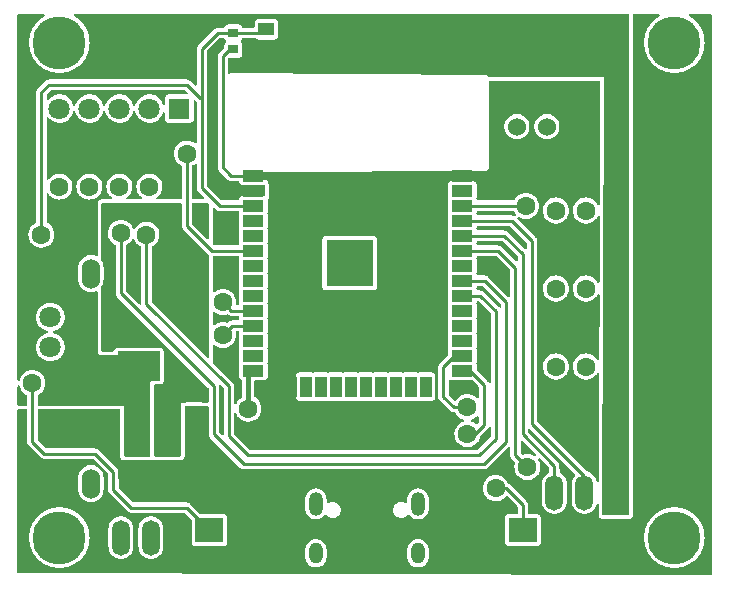
<source format=gtl>
G04 Layer: TopLayer*
G04 EasyEDA v6.5.34, 2023-09-27 10:23:30*
G04 87bef9fe7c554d65b7a66a9a83d39501,21748b100a60428d983dd69a996fde11,10*
G04 Gerber Generator version 0.2*
G04 Scale: 100 percent, Rotated: No, Reflected: No *
G04 Dimensions in millimeters *
G04 leading zeros omitted , absolute positions ,4 integer and 5 decimal *
%FSLAX45Y45*%
%MOMM*%

%AMMACRO1*21,1,$1,$2,0,0,$3*%
%ADD10C,0.2540*%
%ADD11C,0.4000*%
%ADD12R,2.4000X2.1001*%
%ADD13R,1.2000X1.5000*%
%ADD14MACRO1,1.377X1.1325X0.0000*%
%ADD15R,1.3770X1.1325*%
%ADD16R,0.9000X0.8000*%
%ADD17MACRO1,1.35X1.41X0.0000*%
%ADD18R,1.3500X1.4100*%
%ADD19R,0.9800X2.4700*%
%ADD20MACRO1,3.6X2.47X0.0000*%
%ADD21R,1.8000X1.0008*%
%ADD22R,1.0008X1.8000*%
%ADD23R,4.0000X4.0000*%
%ADD24O,1.524X2.54*%
%ADD25O,1.1999976X1.7999964*%
%ADD26O,1.1999976X1.9999959999999999*%
%ADD27C,1.8000*%
%ADD28C,1.6000*%
%ADD29C,1.5240*%
%ADD30R,1.8000X1.8000*%
%ADD31O,1.499997X2.999994*%
%ADD32C,4.5000*%
%ADD33C,1.2000*%
%ADD34C,0.0145*%

%LPD*%
G36*
X2157272Y2763164D02*
G01*
X2153615Y2764536D01*
X2150719Y2767177D01*
X2149094Y2770733D01*
X2146808Y2779725D01*
X2141474Y2793542D01*
X2134463Y2806649D01*
X2125878Y2818739D01*
X2115870Y2829712D01*
X2104593Y2839364D01*
X2092248Y2847543D01*
X2078939Y2854147D01*
X2064969Y2859074D01*
X2050491Y2862275D01*
X2035708Y2863646D01*
X2020874Y2863189D01*
X2006244Y2860903D01*
X1991969Y2856839D01*
X1978304Y2851048D01*
X1965452Y2843631D01*
X1953615Y2834690D01*
X1942947Y2824378D01*
X1940864Y2821787D01*
X1937664Y2819146D01*
X1933702Y2818028D01*
X1929587Y2818587D01*
X1926031Y2820720D01*
X1923643Y2824124D01*
X1922830Y2828137D01*
X1922830Y2860802D01*
X1923592Y2864662D01*
X1925777Y2867964D01*
X1958035Y2900222D01*
X1961337Y2902407D01*
X1965198Y2903169D01*
X3088640Y2903169D01*
X3092500Y2902407D01*
X3095802Y2900222D01*
X3115005Y2881071D01*
X3117189Y2877769D01*
X3117951Y2873857D01*
X3117189Y2869996D01*
X3115005Y2866694D01*
X3111703Y2864459D01*
X3107791Y2863697D01*
X2958490Y2863697D01*
X2952038Y2863088D01*
X2946349Y2861360D01*
X2941066Y2858516D01*
X2936443Y2854756D01*
X2932684Y2850134D01*
X2929839Y2844850D01*
X2928112Y2839161D01*
X2927502Y2832709D01*
X2927502Y2785872D01*
X2926689Y2781960D01*
X2924454Y2778607D01*
X2921152Y2776423D01*
X2917190Y2775712D01*
X2913278Y2776524D01*
X2910027Y2778810D01*
X2907842Y2782214D01*
X2903474Y2793542D01*
X2896463Y2806649D01*
X2887878Y2818739D01*
X2877870Y2829712D01*
X2866593Y2839364D01*
X2854248Y2847543D01*
X2840939Y2854147D01*
X2826969Y2859074D01*
X2812491Y2862275D01*
X2797708Y2863646D01*
X2782874Y2863189D01*
X2768244Y2860903D01*
X2753969Y2856839D01*
X2740304Y2851048D01*
X2727452Y2843631D01*
X2715615Y2834690D01*
X2704947Y2824378D01*
X2695651Y2812796D01*
X2687828Y2800197D01*
X2681630Y2786735D01*
X2675483Y2767685D01*
X2672791Y2764891D01*
X2669184Y2763316D01*
X2665272Y2763164D01*
X2661615Y2764536D01*
X2658719Y2767177D01*
X2657094Y2770733D01*
X2654808Y2779725D01*
X2649474Y2793542D01*
X2642463Y2806649D01*
X2633878Y2818739D01*
X2623870Y2829712D01*
X2612593Y2839364D01*
X2600248Y2847543D01*
X2586939Y2854147D01*
X2572969Y2859074D01*
X2558491Y2862275D01*
X2543708Y2863646D01*
X2528874Y2863189D01*
X2514244Y2860903D01*
X2499969Y2856839D01*
X2486304Y2851048D01*
X2473452Y2843631D01*
X2461615Y2834690D01*
X2450947Y2824378D01*
X2441651Y2812796D01*
X2433828Y2800197D01*
X2427630Y2786735D01*
X2421483Y2767685D01*
X2418791Y2764891D01*
X2415184Y2763316D01*
X2411272Y2763164D01*
X2407615Y2764536D01*
X2404719Y2767177D01*
X2403094Y2770733D01*
X2400808Y2779725D01*
X2395474Y2793542D01*
X2388463Y2806649D01*
X2379878Y2818739D01*
X2369870Y2829712D01*
X2358593Y2839364D01*
X2346248Y2847543D01*
X2332939Y2854147D01*
X2318969Y2859074D01*
X2304491Y2862275D01*
X2289708Y2863646D01*
X2274874Y2863189D01*
X2260244Y2860903D01*
X2245969Y2856839D01*
X2232304Y2851048D01*
X2219452Y2843631D01*
X2207615Y2834690D01*
X2196947Y2824378D01*
X2187651Y2812796D01*
X2179828Y2800197D01*
X2173630Y2786735D01*
X2167483Y2767685D01*
X2164791Y2764891D01*
X2161184Y2763316D01*
G37*

%LPD*%
G36*
X3164840Y1973580D02*
G01*
X3160979Y1974392D01*
X3157677Y1976577D01*
X3155492Y1979879D01*
X3154730Y1983739D01*
X3154730Y2254199D01*
X3155391Y2257856D01*
X3157270Y2260955D01*
X3160166Y2263241D01*
X3168751Y2267712D01*
X3179318Y2275078D01*
X3183382Y2276754D01*
X3187750Y2276551D01*
X3191662Y2274519D01*
X3194354Y2271014D01*
X3195320Y2266746D01*
X3195320Y2068474D01*
X3196488Y2060193D01*
X3199028Y2052675D01*
X3202889Y2045716D01*
X3208274Y2039213D01*
X3256534Y1990953D01*
X3258769Y1987651D01*
X3259531Y1983739D01*
X3258769Y1979879D01*
X3256534Y1976577D01*
X3253232Y1974392D01*
X3249371Y1973580D01*
G37*

%LPD*%
G36*
X3408934Y1964943D02*
G01*
X3405073Y1965756D01*
X3401771Y1967941D01*
X3284677Y2085035D01*
X3282492Y2088337D01*
X3281730Y2092198D01*
X3281730Y3229102D01*
X3282492Y3232962D01*
X3284677Y3236264D01*
X3387039Y3338626D01*
X3390341Y3340811D01*
X3394201Y3341573D01*
X3421938Y3341573D01*
X3426104Y3340709D01*
X3429558Y3338118D01*
X3434892Y3327755D01*
X3439414Y3322574D01*
X3442157Y3319068D01*
X3443122Y3314700D01*
X3442157Y3310331D01*
X3434892Y3301644D01*
X3432048Y3296361D01*
X3430320Y3290671D01*
X3429711Y3284220D01*
X3429711Y3266389D01*
X3428898Y3262528D01*
X3426714Y3259226D01*
X3384600Y3217062D01*
X3379622Y3210407D01*
X3376066Y3203295D01*
X3373882Y3195624D01*
X3373120Y3187242D01*
X3373120Y2246274D01*
X3374288Y2237994D01*
X3376828Y2230475D01*
X3380689Y2223516D01*
X3386074Y2217013D01*
X3436213Y2166874D01*
X3437737Y2164943D01*
X3441141Y2156460D01*
X3443071Y2153005D01*
X3445306Y2149703D01*
X3447897Y2146655D01*
X3450691Y2143810D01*
X3453790Y2141270D01*
X3457041Y2139035D01*
X3460546Y2137054D01*
X3464204Y2135479D01*
X3467963Y2134209D01*
X3471875Y2133295D01*
X3475837Y2132736D01*
X3480054Y2132533D01*
X3543909Y2132533D01*
X3547567Y2131872D01*
X3550716Y2129891D01*
X3553002Y2126945D01*
X3554018Y2123389D01*
X3554374Y2119782D01*
X3556101Y2114042D01*
X3558946Y2108758D01*
X3562705Y2104186D01*
X3567328Y2100376D01*
X3572611Y2097582D01*
X3578301Y2095804D01*
X3584752Y2095195D01*
X3761740Y2095195D01*
X3765651Y2094433D01*
X3768902Y2092198D01*
X3771137Y2088946D01*
X3771900Y2085035D01*
X3771900Y2012442D01*
X3771137Y2008530D01*
X3768902Y2005279D01*
X3765651Y2003043D01*
X3761740Y2002282D01*
X3584752Y2002282D01*
X3578301Y2001672D01*
X3572611Y1999894D01*
X3567328Y1997100D01*
X3562705Y1993290D01*
X3558946Y1988718D01*
X3556101Y1983435D01*
X3554374Y1977694D01*
X3554018Y1974138D01*
X3553002Y1970582D01*
X3550716Y1967585D01*
X3547567Y1965655D01*
X3543909Y1964943D01*
G37*

%LPD*%
G36*
X5887212Y1831746D02*
G01*
X5883351Y1832813D01*
X5878931Y1834997D01*
X5871260Y1837182D01*
X5862878Y1837943D01*
X5574690Y1837943D01*
X5571032Y1838655D01*
X5567883Y1840585D01*
X5565597Y1843582D01*
X5564581Y1847138D01*
X5564225Y1850694D01*
X5562854Y1855266D01*
X5562396Y1858213D01*
X5562854Y1861210D01*
X5564225Y1865782D01*
X5564581Y1869389D01*
X5565597Y1872945D01*
X5567883Y1875891D01*
X5571032Y1877872D01*
X5574690Y1878533D01*
X5871616Y1878533D01*
X5875223Y1877872D01*
X5878372Y1875942D01*
X5880608Y1873097D01*
X5887212Y1860448D01*
X5895390Y1848713D01*
X5897422Y1845310D01*
X5898032Y1841347D01*
X5897016Y1837486D01*
X5894628Y1834286D01*
X5891174Y1832305D01*
G37*

%LPD*%
G36*
X3291840Y1637588D02*
G01*
X3287928Y1638350D01*
X3284677Y1640535D01*
X3157677Y1767535D01*
X3155492Y1770837D01*
X3154730Y1774698D01*
X3154730Y1932939D01*
X3155492Y1936851D01*
X3157677Y1940102D01*
X3160979Y1942338D01*
X3164840Y1943100D01*
X3285083Y1943100D01*
X3288995Y1942338D01*
X3292297Y1940102D01*
X3299002Y1933397D01*
X3301237Y1930095D01*
X3302000Y1926183D01*
X3302000Y1647748D01*
X3301237Y1643837D01*
X3299002Y1640535D01*
X3295751Y1638350D01*
G37*

%LPD*%
G36*
X3345484Y1583944D02*
G01*
X3341573Y1584706D01*
X3338271Y1586941D01*
X3335477Y1589735D01*
X3333292Y1593037D01*
X3332530Y1596898D01*
X3332530Y1889709D01*
X3333292Y1893620D01*
X3335477Y1896922D01*
X3338779Y1899107D01*
X3343401Y1899869D01*
X3347262Y1899107D01*
X3350564Y1896922D01*
X3360165Y1887321D01*
X3363315Y1884476D01*
X3366465Y1882089D01*
X3369868Y1879955D01*
X3373475Y1878177D01*
X3377184Y1876755D01*
X3380994Y1875637D01*
X3384956Y1874926D01*
X3388918Y1874570D01*
X3392881Y1874570D01*
X3396843Y1874926D01*
X3400806Y1875637D01*
X3407156Y1877771D01*
X3411016Y1878533D01*
X3543909Y1878533D01*
X3547567Y1877872D01*
X3550716Y1875942D01*
X3553002Y1872945D01*
X3554018Y1869389D01*
X3554374Y1865782D01*
X3555746Y1861210D01*
X3556203Y1858213D01*
X3555746Y1855266D01*
X3554374Y1850694D01*
X3553764Y1844293D01*
X3553764Y1745183D01*
X3554374Y1738782D01*
X3555746Y1734210D01*
X3556203Y1731213D01*
X3555746Y1728266D01*
X3554374Y1723694D01*
X3553764Y1717293D01*
X3553764Y1618183D01*
X3554374Y1611782D01*
X3555746Y1607210D01*
X3556203Y1604213D01*
X3555746Y1601266D01*
X3554374Y1596694D01*
X3554018Y1593088D01*
X3553002Y1589532D01*
X3550716Y1586585D01*
X3547567Y1584604D01*
X3543909Y1583944D01*
G37*

%LPD*%
G36*
X5979160Y1553768D02*
G01*
X5975248Y1554530D01*
X5971946Y1556766D01*
X5829198Y1699463D01*
X5822543Y1704441D01*
X5815431Y1707997D01*
X5807760Y1710182D01*
X5799378Y1710943D01*
X5574690Y1710943D01*
X5571032Y1711655D01*
X5567883Y1713585D01*
X5565597Y1716582D01*
X5564581Y1720138D01*
X5564225Y1723694D01*
X5562854Y1728266D01*
X5562396Y1731213D01*
X5562854Y1734210D01*
X5564225Y1738782D01*
X5564581Y1742389D01*
X5565597Y1745945D01*
X5567883Y1748942D01*
X5571032Y1750872D01*
X5574690Y1751533D01*
X5841238Y1751533D01*
X5845098Y1750771D01*
X5848400Y1748586D01*
X5986322Y1610664D01*
X5988507Y1607362D01*
X5989320Y1603502D01*
X5989320Y1563928D01*
X5988507Y1560068D01*
X5986322Y1556766D01*
X5983020Y1554530D01*
G37*

%LPD*%
G36*
X5902960Y1452168D02*
G01*
X5899048Y1452930D01*
X5895746Y1455166D01*
X5778449Y1572412D01*
X5771794Y1577441D01*
X5764682Y1580997D01*
X5757011Y1583182D01*
X5748578Y1583944D01*
X5574690Y1583944D01*
X5571032Y1584604D01*
X5567883Y1586585D01*
X5565597Y1589532D01*
X5564581Y1593088D01*
X5564225Y1596694D01*
X5562854Y1601266D01*
X5562396Y1604213D01*
X5562854Y1607210D01*
X5564225Y1611782D01*
X5564581Y1615389D01*
X5565597Y1618945D01*
X5567883Y1621942D01*
X5571032Y1623872D01*
X5574690Y1624533D01*
X5777738Y1624533D01*
X5781598Y1623771D01*
X5784900Y1621586D01*
X5910122Y1496364D01*
X5912307Y1493062D01*
X5913120Y1489202D01*
X5913120Y1462328D01*
X5912307Y1458468D01*
X5910122Y1455166D01*
X5906820Y1452930D01*
G37*

%LPD*%
G36*
X5839460Y1147368D02*
G01*
X5835548Y1148130D01*
X5832246Y1150366D01*
X5664098Y1318412D01*
X5657494Y1323441D01*
X5650331Y1326997D01*
X5642711Y1329182D01*
X5634278Y1329944D01*
X5574690Y1329944D01*
X5571032Y1330604D01*
X5567883Y1332585D01*
X5565597Y1335532D01*
X5564581Y1339088D01*
X5564225Y1342694D01*
X5562854Y1347266D01*
X5562396Y1350213D01*
X5562854Y1353210D01*
X5564225Y1357782D01*
X5564886Y1364183D01*
X5564886Y1463294D01*
X5564225Y1469694D01*
X5562854Y1474266D01*
X5562396Y1477213D01*
X5562854Y1480210D01*
X5564225Y1484782D01*
X5564581Y1488389D01*
X5565597Y1491945D01*
X5567883Y1494891D01*
X5571032Y1496872D01*
X5574690Y1497533D01*
X5726988Y1497533D01*
X5730849Y1496771D01*
X5734151Y1494536D01*
X5846622Y1382064D01*
X5848807Y1378762D01*
X5849620Y1374902D01*
X5849620Y1157528D01*
X5848807Y1153668D01*
X5846622Y1150366D01*
X5843320Y1148130D01*
G37*

%LPD*%
G36*
X2715260Y1083868D02*
G01*
X2711348Y1084630D01*
X2708046Y1086866D01*
X2598877Y1196035D01*
X2596692Y1199337D01*
X2595930Y1203198D01*
X2595930Y1581150D01*
X2596591Y1584858D01*
X2598623Y1588058D01*
X2601671Y1590294D01*
X2606903Y1592834D01*
X2618790Y1600555D01*
X2629560Y1609750D01*
X2639060Y1620215D01*
X2647188Y1631848D01*
X2648508Y1634337D01*
X2650896Y1637385D01*
X2654300Y1639265D01*
X2658160Y1639773D01*
X2661920Y1638807D01*
X2665018Y1636471D01*
X2674112Y1619148D01*
X2682240Y1607515D01*
X2691739Y1597050D01*
X2702509Y1587855D01*
X2714396Y1580134D01*
X2719628Y1577594D01*
X2722676Y1575358D01*
X2724708Y1572158D01*
X2725420Y1568450D01*
X2725420Y1094028D01*
X2724607Y1090168D01*
X2722422Y1086866D01*
X2719120Y1084630D01*
G37*

%LPD*%
G36*
X3535476Y1075944D02*
G01*
X3531362Y1076807D01*
X3527958Y1079296D01*
X3525824Y1082903D01*
X3525367Y1087069D01*
X3526739Y1101344D01*
X3526282Y1115517D01*
X3523996Y1129487D01*
X3519982Y1143050D01*
X3514242Y1156004D01*
X3506927Y1168095D01*
X3498087Y1179169D01*
X3487928Y1189024D01*
X3476548Y1197508D01*
X3464255Y1204468D01*
X3451098Y1209751D01*
X3437432Y1213358D01*
X3423361Y1215186D01*
X3409238Y1215186D01*
X3395167Y1213358D01*
X3381501Y1209751D01*
X3368344Y1204468D01*
X3356051Y1197508D01*
X3348736Y1192072D01*
X3344672Y1190244D01*
X3340201Y1190345D01*
X3336239Y1192326D01*
X3333496Y1195832D01*
X3332530Y1200200D01*
X3332530Y1487373D01*
X3333292Y1491284D01*
X3335477Y1494536D01*
X3338779Y1496771D01*
X3342640Y1497533D01*
X3543909Y1497533D01*
X3547567Y1496872D01*
X3550716Y1494891D01*
X3553002Y1491945D01*
X3554018Y1488389D01*
X3554374Y1484782D01*
X3555746Y1480210D01*
X3556203Y1477213D01*
X3555746Y1474266D01*
X3554374Y1469694D01*
X3553764Y1463294D01*
X3553764Y1364183D01*
X3554374Y1357782D01*
X3555746Y1353210D01*
X3556203Y1350213D01*
X3555746Y1347266D01*
X3554374Y1342694D01*
X3553764Y1336294D01*
X3553764Y1237183D01*
X3554374Y1230782D01*
X3555746Y1226210D01*
X3556203Y1223213D01*
X3555746Y1220266D01*
X3554374Y1215694D01*
X3553764Y1209294D01*
X3553764Y1110183D01*
X3554374Y1103782D01*
X3555746Y1099210D01*
X3556203Y1096213D01*
X3555746Y1093266D01*
X3554374Y1088694D01*
X3554018Y1085088D01*
X3553002Y1081532D01*
X3550716Y1078585D01*
X3547567Y1076604D01*
X3543909Y1075944D01*
G37*

%LPD*%
G36*
X5763260Y1058468D02*
G01*
X5759348Y1059230D01*
X5756046Y1061466D01*
X5625998Y1191463D01*
X5619343Y1196441D01*
X5612231Y1199997D01*
X5604560Y1202182D01*
X5596178Y1202944D01*
X5574690Y1202944D01*
X5571032Y1203655D01*
X5567883Y1205585D01*
X5565597Y1208582D01*
X5564581Y1212138D01*
X5564225Y1215694D01*
X5562854Y1220266D01*
X5562396Y1223213D01*
X5562854Y1226210D01*
X5564225Y1230782D01*
X5564581Y1234389D01*
X5565597Y1237945D01*
X5567883Y1240891D01*
X5571032Y1242872D01*
X5574690Y1243533D01*
X5612638Y1243533D01*
X5616549Y1242771D01*
X5619851Y1240536D01*
X5770422Y1089964D01*
X5772607Y1086662D01*
X5773420Y1082802D01*
X5773420Y1068628D01*
X5772607Y1064768D01*
X5770422Y1061466D01*
X5767120Y1059230D01*
G37*

%LPD*%
G36*
X3344672Y910844D02*
G01*
X3340201Y910945D01*
X3336239Y912926D01*
X3333496Y916432D01*
X3332530Y920800D01*
X3332530Y1009446D01*
X3333242Y1013206D01*
X3335274Y1016457D01*
X3338423Y1018692D01*
X3342132Y1019606D01*
X3345942Y1019048D01*
X3362096Y1008634D01*
X3374847Y1002487D01*
X3388258Y998016D01*
X3402177Y995324D01*
X3416300Y994410D01*
X3430422Y995324D01*
X3444341Y998016D01*
X3452317Y1000658D01*
X3455517Y1001217D01*
X3458718Y1000658D01*
X3461613Y999134D01*
X3465728Y996035D01*
X3472891Y992479D01*
X3480511Y990295D01*
X3488944Y989533D01*
X3543909Y989533D01*
X3547567Y988872D01*
X3550716Y986891D01*
X3553002Y983945D01*
X3554018Y980389D01*
X3554374Y976782D01*
X3555746Y972210D01*
X3556203Y969213D01*
X3555746Y966266D01*
X3554374Y961694D01*
X3554018Y958087D01*
X3553002Y954532D01*
X3550716Y951585D01*
X3547567Y949604D01*
X3543909Y948944D01*
X3494887Y948893D01*
X3486658Y947775D01*
X3479088Y945235D01*
X3472027Y941273D01*
X3467303Y937564D01*
X3462172Y932484D01*
X3458921Y930351D01*
X3455060Y929589D01*
X3451098Y930351D01*
X3437432Y933958D01*
X3423361Y935786D01*
X3409238Y935786D01*
X3395167Y933958D01*
X3381501Y930351D01*
X3368344Y925068D01*
X3356051Y918108D01*
X3348736Y912672D01*
G37*

%LPD*%
G36*
X5672480Y418998D02*
G01*
X5668416Y420776D01*
X5665470Y424078D01*
X5661710Y430784D01*
X5656326Y437286D01*
X5567832Y525780D01*
X5565648Y529082D01*
X5564886Y532942D01*
X5564886Y574294D01*
X5564225Y580694D01*
X5562854Y585266D01*
X5562396Y588213D01*
X5562854Y591210D01*
X5564225Y595782D01*
X5564886Y602183D01*
X5564886Y701294D01*
X5564225Y707694D01*
X5562854Y712266D01*
X5562396Y715213D01*
X5562854Y718210D01*
X5564225Y722782D01*
X5564886Y729183D01*
X5564886Y828294D01*
X5564225Y834694D01*
X5562854Y839266D01*
X5562396Y842213D01*
X5562854Y845210D01*
X5564225Y849782D01*
X5564886Y856183D01*
X5564886Y955294D01*
X5564225Y961694D01*
X5562854Y966266D01*
X5562396Y969213D01*
X5562854Y972210D01*
X5564225Y976782D01*
X5564886Y983183D01*
X5564886Y1082294D01*
X5564225Y1088694D01*
X5562854Y1093266D01*
X5562396Y1096213D01*
X5562854Y1099210D01*
X5564225Y1103782D01*
X5564581Y1107236D01*
X5565648Y1110894D01*
X5567984Y1113891D01*
X5571236Y1115822D01*
X5574995Y1116380D01*
X5578703Y1115568D01*
X5581853Y1113434D01*
X5681522Y1013764D01*
X5683707Y1010462D01*
X5684520Y1006602D01*
X5684520Y429006D01*
X5683554Y424688D01*
X5680811Y421182D01*
X5676900Y419150D01*
G37*

%LPD*%
G36*
X5383530Y269341D02*
G01*
X5379872Y270154D01*
X5376824Y272288D01*
X5329377Y319735D01*
X5327192Y323037D01*
X5326430Y326898D01*
X5326430Y438302D01*
X5327243Y442417D01*
X5329682Y445770D01*
X5333238Y447903D01*
X5337352Y448462D01*
X5341366Y447293D01*
X5342686Y446582D01*
X5348427Y444804D01*
X5354878Y444195D01*
X5522976Y444195D01*
X5526887Y443433D01*
X5530189Y441198D01*
X5579922Y391464D01*
X5582107Y388162D01*
X5582920Y384302D01*
X5582920Y300177D01*
X5582158Y296367D01*
X5580024Y293065D01*
X5576824Y290880D01*
X5573064Y290017D01*
X5569204Y290626D01*
X5565902Y292658D01*
X5555284Y302260D01*
X5543651Y310388D01*
X5531104Y316941D01*
X5517845Y321818D01*
X5504027Y324967D01*
X5489956Y326339D01*
X5475782Y325882D01*
X5461812Y323596D01*
X5448249Y319582D01*
X5435295Y313842D01*
X5423204Y306527D01*
X5412130Y297688D01*
X5402275Y287528D01*
X5393791Y276148D01*
X5392877Y274472D01*
X5390438Y271627D01*
X5387187Y269849D01*
G37*

%LPD*%
G36*
X3520490Y237947D02*
G01*
X3516629Y238709D01*
X3513277Y240893D01*
X3511092Y244195D01*
X3510330Y248107D01*
X3510279Y395325D01*
X3509111Y403606D01*
X3506571Y411124D01*
X3502710Y418084D01*
X3497326Y424586D01*
X3335477Y586435D01*
X3333292Y589737D01*
X3332530Y593598D01*
X3332530Y730046D01*
X3333242Y733806D01*
X3335274Y737057D01*
X3338423Y739292D01*
X3342132Y740206D01*
X3345942Y739648D01*
X3362096Y729234D01*
X3374847Y723087D01*
X3388258Y718616D01*
X3402177Y715924D01*
X3416300Y715010D01*
X3430422Y715924D01*
X3444341Y718616D01*
X3457752Y723087D01*
X3470503Y729234D01*
X3482390Y736955D01*
X3493160Y746150D01*
X3502660Y756615D01*
X3510787Y768248D01*
X3517341Y780796D01*
X3522218Y794054D01*
X3525367Y807872D01*
X3526739Y821944D01*
X3526282Y836117D01*
X3523894Y850747D01*
X3524148Y855065D01*
X3526180Y858926D01*
X3529685Y861568D01*
X3533901Y862533D01*
X3543909Y862533D01*
X3547567Y861872D01*
X3550716Y859891D01*
X3553002Y856945D01*
X3554018Y853389D01*
X3554374Y849782D01*
X3555746Y845210D01*
X3556203Y842213D01*
X3555746Y839266D01*
X3554374Y834694D01*
X3553764Y828294D01*
X3553764Y729183D01*
X3554374Y722782D01*
X3555746Y718210D01*
X3556203Y715213D01*
X3555746Y712266D01*
X3554374Y707694D01*
X3553764Y701294D01*
X3553764Y602183D01*
X3554374Y595782D01*
X3555746Y591210D01*
X3556203Y588213D01*
X3555746Y585266D01*
X3554374Y580694D01*
X3553764Y574294D01*
X3553764Y475183D01*
X3554374Y468782D01*
X3556101Y463042D01*
X3558946Y457758D01*
X3562705Y453186D01*
X3567328Y449376D01*
X3572611Y446582D01*
X3574491Y445973D01*
X3578250Y443890D01*
X3580790Y440435D01*
X3581704Y436270D01*
X3581704Y307238D01*
X3581095Y303834D01*
X3579418Y300837D01*
X3576777Y298551D01*
X3569004Y293827D01*
X3557930Y284988D01*
X3548075Y274828D01*
X3539591Y263448D01*
X3532632Y251155D01*
X3529888Y244297D01*
X3527704Y240944D01*
X3524402Y238709D01*
G37*

%LPD*%
G36*
X1686814Y228600D02*
G01*
X1682953Y229362D01*
X1679651Y231597D01*
X1677416Y234848D01*
X1676654Y238760D01*
X1676654Y389026D01*
X1677466Y393090D01*
X1679905Y396494D01*
X1683461Y398627D01*
X1687575Y399186D01*
X1691589Y398018D01*
X1694789Y395325D01*
X1696618Y391617D01*
X1698548Y384302D01*
X1703832Y371144D01*
X1710791Y358851D01*
X1719275Y347472D01*
X1729130Y337312D01*
X1740204Y328472D01*
X1752295Y321157D01*
X1754124Y320344D01*
X1757324Y318109D01*
X1759457Y314858D01*
X1760220Y311048D01*
X1760220Y238760D01*
X1759407Y234848D01*
X1757222Y231597D01*
X1753920Y229362D01*
X1750060Y228600D01*
G37*

%LPD*%
G36*
X5565546Y68173D02*
G01*
X5561685Y68935D01*
X5558028Y71424D01*
X5546648Y79908D01*
X5534355Y86868D01*
X5520944Y92303D01*
X5517540Y94488D01*
X5515305Y97891D01*
X5514594Y101854D01*
X5515457Y105816D01*
X5517794Y109118D01*
X5521248Y111252D01*
X5531104Y114858D01*
X5543651Y121412D01*
X5555284Y129539D01*
X5565902Y139141D01*
X5569204Y141173D01*
X5573064Y141782D01*
X5576824Y140919D01*
X5580024Y138734D01*
X5582158Y135432D01*
X5582920Y131622D01*
X5582920Y85598D01*
X5582107Y81737D01*
X5579922Y78435D01*
X5572658Y71170D01*
X5569407Y68986D01*
G37*

%LPD*%
G36*
X3413760Y-21031D02*
G01*
X3409848Y-20269D01*
X3406546Y-18034D01*
X3386277Y2235D01*
X3384092Y5537D01*
X3383330Y9398D01*
X3383330Y391871D01*
X3384092Y395732D01*
X3386277Y399034D01*
X3389579Y401269D01*
X3393440Y402031D01*
X3397351Y401269D01*
X3400653Y399034D01*
X3420922Y378764D01*
X3423107Y375462D01*
X3423920Y371602D01*
X3423920Y-10871D01*
X3423107Y-14732D01*
X3420922Y-18034D01*
X3417620Y-20269D01*
G37*

%LPD*%
G36*
X6056579Y-199593D02*
G01*
X6052667Y-198374D01*
X6042355Y-192532D01*
X6029198Y-187248D01*
X6015532Y-183642D01*
X6001461Y-181813D01*
X5987338Y-181813D01*
X5973267Y-183642D01*
X5959449Y-187299D01*
X5955588Y-188010D01*
X5951728Y-187248D01*
X5948476Y-185064D01*
X5938977Y-175564D01*
X5936792Y-172262D01*
X5936030Y-168402D01*
X5936030Y-78028D01*
X5936792Y-74168D01*
X5938977Y-70866D01*
X5942279Y-68630D01*
X5946190Y-67868D01*
X5950051Y-68630D01*
X5953353Y-70866D01*
X6064808Y-182321D01*
X6067094Y-185775D01*
X6067806Y-189839D01*
X6066790Y-193852D01*
X6064300Y-197154D01*
X6060694Y-199186D01*
G37*

%LPD*%
G36*
X2842260Y-203200D02*
G01*
X2838348Y-202438D01*
X2835097Y-200202D01*
X2832862Y-196951D01*
X2832100Y-193040D01*
X2832100Y398729D01*
X2832862Y402640D01*
X2835097Y405942D01*
X2838348Y408127D01*
X2842260Y408889D01*
X2884576Y408889D01*
X2891028Y409549D01*
X2896768Y411276D01*
X2901950Y414070D01*
X2908249Y419303D01*
X2910230Y422148D01*
X2913227Y427735D01*
X2914954Y433476D01*
X2915615Y439877D01*
X2915615Y685901D01*
X2914954Y692353D01*
X2913227Y698042D01*
X2910433Y703326D01*
X2906623Y707948D01*
X2902000Y711708D01*
X2896768Y714552D01*
X2891028Y716280D01*
X2884576Y716889D01*
X2525623Y716889D01*
X2519172Y716280D01*
X2513431Y714552D01*
X2508199Y711708D01*
X2503576Y707948D01*
X2499766Y703326D01*
X2496972Y698042D01*
X2495448Y693013D01*
X2493365Y689254D01*
X2489911Y686714D01*
X2485694Y685800D01*
X2397760Y685800D01*
X2393848Y686562D01*
X2390597Y688797D01*
X2388362Y692048D01*
X2387600Y695960D01*
X2387600Y1233728D01*
X2388057Y1236726D01*
X2389327Y1239418D01*
X2391105Y1242060D01*
X2397252Y1254556D01*
X2401773Y1267764D01*
X2404465Y1281480D01*
X2405430Y1295755D01*
X2405430Y1396644D01*
X2404465Y1410919D01*
X2401773Y1424635D01*
X2397252Y1437843D01*
X2391105Y1450340D01*
X2389327Y1452981D01*
X2388057Y1455674D01*
X2387600Y1458671D01*
X2387600Y1932939D01*
X2388362Y1936851D01*
X2390597Y1940102D01*
X2393848Y1942338D01*
X2397760Y1943100D01*
X3058160Y1943100D01*
X3062020Y1942338D01*
X3065322Y1940102D01*
X3067507Y1936851D01*
X3068320Y1932939D01*
X3068320Y1750974D01*
X3069488Y1742693D01*
X3072028Y1735175D01*
X3075889Y1728216D01*
X3081274Y1721713D01*
X3292703Y1510284D01*
X3297986Y1506067D01*
X3300120Y1503832D01*
X3301542Y1501038D01*
X3302000Y1497939D01*
X3302000Y644448D01*
X3301237Y640537D01*
X3299002Y637235D01*
X3295751Y635050D01*
X3291840Y634288D01*
X3287928Y635050D01*
X3284677Y637235D01*
X2814777Y1107135D01*
X2812592Y1110437D01*
X2811830Y1114298D01*
X2811830Y1568450D01*
X2812491Y1572158D01*
X2814523Y1575358D01*
X2817571Y1577594D01*
X2822803Y1580134D01*
X2834690Y1587855D01*
X2845460Y1597050D01*
X2854960Y1607515D01*
X2863088Y1619148D01*
X2869641Y1631696D01*
X2874518Y1644954D01*
X2877667Y1658772D01*
X2879039Y1672843D01*
X2878582Y1687017D01*
X2876296Y1700987D01*
X2872282Y1714550D01*
X2866542Y1727504D01*
X2859227Y1739595D01*
X2850388Y1750669D01*
X2840228Y1760524D01*
X2828848Y1769008D01*
X2816555Y1775968D01*
X2803398Y1781251D01*
X2789732Y1784857D01*
X2775661Y1786686D01*
X2761538Y1786686D01*
X2747467Y1784857D01*
X2733802Y1781251D01*
X2720644Y1775968D01*
X2708351Y1769008D01*
X2696972Y1760524D01*
X2686812Y1750669D01*
X2677972Y1739595D01*
X2672435Y1730451D01*
X2669387Y1727301D01*
X2665323Y1725675D01*
X2660904Y1725980D01*
X2657043Y1728063D01*
X2654452Y1731619D01*
X2650642Y1740204D01*
X2643327Y1752295D01*
X2634488Y1763369D01*
X2624328Y1773224D01*
X2612948Y1781708D01*
X2600655Y1788668D01*
X2587498Y1793951D01*
X2573832Y1797557D01*
X2559761Y1799386D01*
X2545638Y1799386D01*
X2531567Y1797557D01*
X2517902Y1793951D01*
X2504744Y1788668D01*
X2492451Y1781708D01*
X2481072Y1773224D01*
X2470912Y1763369D01*
X2462072Y1752295D01*
X2454757Y1740204D01*
X2449017Y1727250D01*
X2445004Y1713687D01*
X2442718Y1699717D01*
X2442260Y1685543D01*
X2443632Y1671472D01*
X2446782Y1657654D01*
X2451658Y1644396D01*
X2458212Y1631848D01*
X2466340Y1620215D01*
X2475839Y1609750D01*
X2486609Y1600555D01*
X2498496Y1592834D01*
X2503728Y1590294D01*
X2506776Y1588058D01*
X2508808Y1584858D01*
X2509520Y1581150D01*
X2509520Y1179474D01*
X2510688Y1171194D01*
X2513228Y1163675D01*
X2517089Y1156716D01*
X2522474Y1150213D01*
X3293922Y378764D01*
X3296107Y375462D01*
X3296920Y371602D01*
X3296920Y264160D01*
X3296107Y260248D01*
X3293922Y256997D01*
X3290620Y254762D01*
X3286760Y254000D01*
X3251149Y254000D01*
X3241903Y255016D01*
X3108096Y255016D01*
X3098850Y254000D01*
X3061716Y254000D01*
X3060700Y252984D01*
X3060700Y-193040D01*
X3059938Y-196951D01*
X3057702Y-200202D01*
X3054451Y-202438D01*
X3050540Y-203200D01*
G37*

%LPD*%
G36*
X6588556Y-418185D02*
G01*
X6584543Y-416864D01*
X6581444Y-413969D01*
X6579768Y-410108D01*
X6578904Y-405688D01*
X6574434Y-392633D01*
X6568338Y-380238D01*
X6560667Y-368808D01*
X6551574Y-358394D01*
X6541211Y-349300D01*
X6529730Y-341630D01*
X6517385Y-335534D01*
X6500266Y-329844D01*
X6497878Y-328066D01*
X6078677Y91135D01*
X6076492Y94437D01*
X6075730Y98298D01*
X6075680Y1627225D01*
X6074511Y1635506D01*
X6071971Y1643024D01*
X6068110Y1649984D01*
X6062726Y1656486D01*
X5911037Y1808175D01*
X5908751Y1811680D01*
X5908090Y1815846D01*
X5909208Y1819960D01*
X5911850Y1823212D01*
X5915609Y1825142D01*
X5919825Y1825345D01*
X5923788Y1823872D01*
X5927496Y1821434D01*
X5940247Y1815287D01*
X5953658Y1810816D01*
X5967577Y1808124D01*
X5981700Y1807210D01*
X5995822Y1808124D01*
X6009741Y1810816D01*
X6023152Y1815287D01*
X6035903Y1821434D01*
X6047790Y1829155D01*
X6058560Y1838350D01*
X6068060Y1848815D01*
X6076188Y1860448D01*
X6082741Y1872996D01*
X6087618Y1886254D01*
X6090767Y1900072D01*
X6092139Y1914143D01*
X6091682Y1928317D01*
X6089396Y1942287D01*
X6085382Y1955850D01*
X6079642Y1968804D01*
X6072327Y1980895D01*
X6063488Y1991969D01*
X6053328Y2001824D01*
X6041948Y2010308D01*
X6029655Y2017268D01*
X6016498Y2022551D01*
X6002832Y2026157D01*
X5988761Y2027986D01*
X5974638Y2027986D01*
X5960567Y2026157D01*
X5946902Y2022551D01*
X5933744Y2017268D01*
X5921451Y2010308D01*
X5910072Y2001824D01*
X5899912Y1991969D01*
X5891072Y1980895D01*
X5884367Y1969820D01*
X5882081Y1967230D01*
X5879084Y1965553D01*
X5875680Y1964943D01*
X5574690Y1964943D01*
X5571032Y1965604D01*
X5567883Y1967585D01*
X5565597Y1970532D01*
X5564581Y1974088D01*
X5564225Y1977694D01*
X5562854Y1982266D01*
X5562396Y1985213D01*
X5562854Y1988210D01*
X5564225Y1992782D01*
X5564886Y1999183D01*
X5564886Y2098294D01*
X5564225Y2104694D01*
X5562498Y2110435D01*
X5559653Y2115718D01*
X5555894Y2120290D01*
X5551271Y2124100D01*
X5545988Y2126894D01*
X5540298Y2128672D01*
X5533847Y2129282D01*
X5354878Y2129282D01*
X5348427Y2128672D01*
X5342686Y2126894D01*
X5337454Y2124100D01*
X5332831Y2120290D01*
X5329021Y2115718D01*
X5326227Y2110435D01*
X5324500Y2104694D01*
X5323840Y2098294D01*
X5323840Y1999183D01*
X5324500Y1992782D01*
X5325872Y1988210D01*
X5326329Y1985213D01*
X5325872Y1982266D01*
X5324500Y1977694D01*
X5323840Y1971293D01*
X5323840Y1872183D01*
X5324500Y1865782D01*
X5325872Y1861210D01*
X5326329Y1858213D01*
X5325872Y1855266D01*
X5324500Y1850694D01*
X5323840Y1844293D01*
X5323840Y1745183D01*
X5324500Y1738782D01*
X5325872Y1734210D01*
X5326329Y1731213D01*
X5325872Y1728266D01*
X5324500Y1723694D01*
X5323840Y1717293D01*
X5323840Y1618183D01*
X5324500Y1611782D01*
X5325872Y1607210D01*
X5326329Y1604213D01*
X5325872Y1601266D01*
X5324500Y1596694D01*
X5323840Y1590294D01*
X5323840Y1491183D01*
X5324500Y1484782D01*
X5325872Y1480210D01*
X5326329Y1477213D01*
X5325872Y1474266D01*
X5324500Y1469694D01*
X5323840Y1463294D01*
X5323840Y1364183D01*
X5324500Y1357782D01*
X5325872Y1353210D01*
X5326329Y1350213D01*
X5325872Y1347266D01*
X5324500Y1342694D01*
X5323840Y1336294D01*
X5323840Y1237183D01*
X5324500Y1230782D01*
X5325872Y1226210D01*
X5326329Y1223213D01*
X5325872Y1220266D01*
X5324500Y1215694D01*
X5323840Y1209294D01*
X5323840Y1110183D01*
X5324500Y1103782D01*
X5325872Y1099210D01*
X5326329Y1096213D01*
X5325872Y1093266D01*
X5324500Y1088694D01*
X5323840Y1082294D01*
X5323840Y983183D01*
X5324500Y976782D01*
X5325872Y972210D01*
X5326329Y969213D01*
X5325872Y966266D01*
X5324500Y961694D01*
X5323840Y955294D01*
X5323840Y856183D01*
X5324500Y849782D01*
X5325872Y845210D01*
X5326329Y842213D01*
X5325872Y839266D01*
X5324500Y834694D01*
X5323840Y828294D01*
X5323840Y729183D01*
X5324500Y722782D01*
X5325872Y718210D01*
X5326329Y715213D01*
X5325872Y712266D01*
X5324500Y707694D01*
X5323840Y701294D01*
X5323840Y664768D01*
X5323078Y660857D01*
X5320893Y657555D01*
X5251500Y588162D01*
X5246522Y581507D01*
X5242966Y574395D01*
X5240782Y566724D01*
X5240020Y558342D01*
X5240020Y303174D01*
X5241188Y294894D01*
X5243728Y287375D01*
X5247589Y280416D01*
X5252974Y273913D01*
X5342737Y184200D01*
X5349392Y179222D01*
X5356504Y175666D01*
X5364276Y173431D01*
X5370271Y172770D01*
X5378297Y172669D01*
X5381802Y172059D01*
X5384850Y170281D01*
X5387086Y167538D01*
X5393791Y155651D01*
X5402275Y144272D01*
X5412130Y134112D01*
X5423204Y125272D01*
X5435295Y117957D01*
X5448249Y112217D01*
X5450890Y111404D01*
X5454548Y109474D01*
X5457139Y106172D01*
X5458155Y102158D01*
X5457545Y98094D01*
X5455310Y94589D01*
X5451856Y92252D01*
X5438444Y86868D01*
X5426151Y79908D01*
X5414772Y71424D01*
X5404612Y61569D01*
X5395772Y50495D01*
X5388457Y38404D01*
X5382717Y25450D01*
X5378704Y11887D01*
X5376418Y-2082D01*
X5375960Y-16256D01*
X5377332Y-30327D01*
X5380482Y-44145D01*
X5385358Y-57404D01*
X5391912Y-69951D01*
X5400040Y-81584D01*
X5409539Y-92049D01*
X5420309Y-101244D01*
X5432196Y-108966D01*
X5444947Y-115112D01*
X5458358Y-119583D01*
X5472277Y-122275D01*
X5486400Y-123189D01*
X5500522Y-122275D01*
X5514441Y-119583D01*
X5527852Y-115112D01*
X5540603Y-108966D01*
X5552490Y-101244D01*
X5563260Y-92049D01*
X5572760Y-81584D01*
X5580888Y-69951D01*
X5587441Y-57404D01*
X5592318Y-44145D01*
X5595416Y-30480D01*
X5596432Y-27838D01*
X5598160Y-25552D01*
X5657799Y34137D01*
X5662777Y40792D01*
X5665216Y45669D01*
X5668111Y49174D01*
X5672175Y51104D01*
X5676646Y51054D01*
X5680710Y49072D01*
X5683504Y45567D01*
X5684520Y41148D01*
X5684520Y-28702D01*
X5683707Y-32562D01*
X5681522Y-35864D01*
X5573064Y-144322D01*
X5569762Y-146507D01*
X5565902Y-147320D01*
X3654298Y-147320D01*
X3650437Y-146507D01*
X3647135Y-144322D01*
X3513277Y-10464D01*
X3511092Y-7162D01*
X3510330Y-3302D01*
X3510330Y158292D01*
X3511092Y162204D01*
X3513277Y165506D01*
X3516629Y167690D01*
X3520490Y168452D01*
X3524402Y167690D01*
X3527704Y165455D01*
X3529888Y162102D01*
X3532632Y155244D01*
X3539591Y142951D01*
X3548075Y131572D01*
X3557930Y121412D01*
X3569004Y112572D01*
X3581095Y105257D01*
X3594049Y99517D01*
X3607612Y95504D01*
X3621582Y93218D01*
X3635756Y92760D01*
X3649827Y94132D01*
X3663645Y97282D01*
X3676904Y102158D01*
X3689451Y108712D01*
X3701084Y116839D01*
X3711549Y126339D01*
X3720744Y137109D01*
X3728465Y148996D01*
X3734612Y161747D01*
X3739083Y175158D01*
X3741775Y189077D01*
X3742690Y203200D01*
X3741775Y217322D01*
X3739083Y231241D01*
X3734612Y244652D01*
X3728465Y257403D01*
X3720744Y269290D01*
X3711549Y280060D01*
X3701084Y289560D01*
X3685286Y300634D01*
X3683355Y303784D01*
X3682695Y307390D01*
X3682695Y434035D01*
X3683457Y437946D01*
X3685692Y441198D01*
X3688994Y443433D01*
X3692855Y444195D01*
X3763721Y444195D01*
X3770172Y444804D01*
X3775913Y446582D01*
X3781145Y449376D01*
X3785768Y453186D01*
X3789578Y457758D01*
X3792372Y463042D01*
X3794099Y468782D01*
X3794760Y475183D01*
X3794760Y574294D01*
X3794099Y580694D01*
X3792728Y585266D01*
X3792270Y588213D01*
X3792728Y591210D01*
X3794099Y595782D01*
X3794760Y602183D01*
X3794760Y701294D01*
X3794099Y707694D01*
X3792728Y712266D01*
X3792270Y715213D01*
X3792728Y718210D01*
X3794099Y722782D01*
X3794760Y729183D01*
X3794760Y828294D01*
X3794099Y834694D01*
X3792728Y839266D01*
X3792270Y842213D01*
X3792728Y845210D01*
X3794099Y849782D01*
X3794760Y856183D01*
X3794760Y955294D01*
X3794099Y961694D01*
X3792728Y966266D01*
X3792270Y969213D01*
X3792728Y972210D01*
X3794099Y976782D01*
X3794760Y983183D01*
X3794760Y1082294D01*
X3794099Y1088694D01*
X3792728Y1093266D01*
X3792270Y1096213D01*
X3792728Y1099210D01*
X3794099Y1103782D01*
X3794760Y1110183D01*
X3794760Y1209294D01*
X3794099Y1215694D01*
X3792728Y1220266D01*
X3792270Y1223213D01*
X3792728Y1226210D01*
X3794099Y1230782D01*
X3794760Y1237183D01*
X3794760Y1336294D01*
X3794099Y1342694D01*
X3792728Y1347266D01*
X3792270Y1350213D01*
X3792728Y1353210D01*
X3794099Y1357782D01*
X3794760Y1364183D01*
X3794760Y1463294D01*
X3794099Y1469694D01*
X3792728Y1474266D01*
X3792270Y1477213D01*
X3792728Y1480210D01*
X3794099Y1484782D01*
X3794760Y1491183D01*
X3794760Y1590294D01*
X3794099Y1596694D01*
X3792728Y1601266D01*
X3792270Y1604213D01*
X3792728Y1607210D01*
X3794099Y1611782D01*
X3794760Y1618183D01*
X3794760Y1717293D01*
X3794099Y1723694D01*
X3792728Y1728266D01*
X3792270Y1731213D01*
X3792728Y1734210D01*
X3794099Y1738782D01*
X3794760Y1745183D01*
X3794760Y1844293D01*
X3794099Y1850694D01*
X3792728Y1855266D01*
X3792270Y1858213D01*
X3792728Y1861210D01*
X3794099Y1865782D01*
X3794760Y1872183D01*
X3794760Y1957476D01*
X3795166Y1960372D01*
X3796385Y1963013D01*
X3799738Y1968804D01*
X3801719Y1974850D01*
X3802430Y1981454D01*
X3802430Y2107946D01*
X3801719Y2114550D01*
X3799738Y2120595D01*
X3796588Y2126132D01*
X3792321Y2130856D01*
X3787140Y2134616D01*
X3781298Y2137206D01*
X3775100Y2138527D01*
X3771646Y2138680D01*
X3710940Y2138680D01*
X3707079Y2139492D01*
X3703777Y2141677D01*
X3701592Y2144979D01*
X3700830Y2148840D01*
X3700830Y2195677D01*
X3701592Y2199589D01*
X3703777Y2202840D01*
X3707028Y2205075D01*
X3710889Y2205837D01*
X5638749Y2217369D01*
X5645353Y2218131D01*
X5651398Y2220112D01*
X5656884Y2223363D01*
X5661609Y2227630D01*
X5665317Y2232863D01*
X5667857Y2238705D01*
X5669127Y2244902D01*
X5669330Y2248154D01*
X5669330Y2969209D01*
X5670092Y2973120D01*
X5672277Y2976422D01*
X5675579Y2978607D01*
X5679490Y2979369D01*
X6601307Y2979369D01*
X6605168Y2978607D01*
X6608470Y2976422D01*
X6610705Y2973120D01*
X6611467Y2969209D01*
X6607911Y1932939D01*
X6606895Y1928571D01*
X6604152Y1925066D01*
X6600139Y1923084D01*
X6595668Y1923034D01*
X6591604Y1924862D01*
X6588759Y1928266D01*
X6584188Y1937004D01*
X6576059Y1948586D01*
X6566560Y1959102D01*
X6555790Y1968246D01*
X6543903Y1975967D01*
X6531152Y1982114D01*
X6517741Y1986584D01*
X6503822Y1989277D01*
X6489700Y1990191D01*
X6475577Y1989277D01*
X6461658Y1986584D01*
X6448247Y1982114D01*
X6435496Y1975967D01*
X6423609Y1968246D01*
X6412839Y1959102D01*
X6403340Y1948586D01*
X6395212Y1937004D01*
X6388658Y1924456D01*
X6383782Y1911146D01*
X6380632Y1897380D01*
X6379260Y1883257D01*
X6379718Y1869135D01*
X6382004Y1855114D01*
X6386017Y1841550D01*
X6391757Y1828596D01*
X6399072Y1816506D01*
X6407912Y1805432D01*
X6418072Y1795576D01*
X6429451Y1787143D01*
X6441744Y1780184D01*
X6454902Y1774850D01*
X6468567Y1771294D01*
X6482638Y1769465D01*
X6496761Y1769465D01*
X6510832Y1771294D01*
X6524498Y1774850D01*
X6537655Y1780184D01*
X6549948Y1787143D01*
X6561328Y1795576D01*
X6571488Y1805432D01*
X6580327Y1816506D01*
X6590334Y1832813D01*
X6593636Y1834946D01*
X6597548Y1835657D01*
X6601358Y1834845D01*
X6604609Y1832610D01*
X6606794Y1829307D01*
X6607556Y1825447D01*
X6605676Y1276807D01*
X6604660Y1272489D01*
X6601917Y1268984D01*
X6597903Y1267002D01*
X6593433Y1266901D01*
X6589369Y1268780D01*
X6586474Y1272184D01*
X6584188Y1276604D01*
X6576059Y1288186D01*
X6566560Y1298702D01*
X6555790Y1307846D01*
X6543903Y1315567D01*
X6531152Y1321714D01*
X6517741Y1326184D01*
X6503822Y1328877D01*
X6489700Y1329791D01*
X6475577Y1328877D01*
X6461658Y1326184D01*
X6448247Y1321714D01*
X6435496Y1315567D01*
X6423609Y1307846D01*
X6412839Y1298702D01*
X6403340Y1288186D01*
X6395212Y1276604D01*
X6388658Y1264056D01*
X6383782Y1250746D01*
X6380632Y1236980D01*
X6379260Y1222857D01*
X6379718Y1208735D01*
X6382004Y1194714D01*
X6386017Y1181150D01*
X6391757Y1168196D01*
X6399072Y1156106D01*
X6407912Y1145032D01*
X6418072Y1135176D01*
X6429451Y1126744D01*
X6441744Y1119784D01*
X6454902Y1114450D01*
X6468567Y1110894D01*
X6482638Y1109065D01*
X6496761Y1109065D01*
X6510832Y1110894D01*
X6524498Y1114450D01*
X6537655Y1119784D01*
X6549948Y1126744D01*
X6561328Y1135176D01*
X6571488Y1145032D01*
X6580327Y1156106D01*
X6586423Y1166164D01*
X6589420Y1169314D01*
X6593484Y1170940D01*
X6597853Y1170686D01*
X6601714Y1168603D01*
X6604355Y1165148D01*
X6605270Y1160881D01*
X6603390Y620725D01*
X6602425Y616407D01*
X6599631Y612902D01*
X6595668Y610920D01*
X6591198Y610819D01*
X6587134Y612648D01*
X6584188Y616204D01*
X6576059Y627786D01*
X6566560Y638302D01*
X6555790Y647446D01*
X6543903Y655167D01*
X6531152Y661314D01*
X6517741Y665784D01*
X6503822Y668477D01*
X6489700Y669391D01*
X6475577Y668477D01*
X6461658Y665784D01*
X6448247Y661314D01*
X6435496Y655167D01*
X6423609Y647446D01*
X6412839Y638302D01*
X6403340Y627786D01*
X6395212Y616204D01*
X6388658Y603656D01*
X6383782Y590346D01*
X6380632Y576580D01*
X6379260Y562457D01*
X6379718Y548335D01*
X6382004Y534314D01*
X6386017Y520750D01*
X6391757Y507796D01*
X6399072Y495706D01*
X6407912Y484632D01*
X6418072Y474776D01*
X6429451Y466343D01*
X6441744Y459384D01*
X6454902Y454050D01*
X6468567Y450494D01*
X6482638Y448665D01*
X6496761Y448665D01*
X6510832Y450494D01*
X6524498Y454050D01*
X6537655Y459384D01*
X6549948Y466343D01*
X6561328Y474776D01*
X6571488Y484632D01*
X6580327Y495706D01*
X6584137Y502005D01*
X6587134Y505155D01*
X6591198Y506780D01*
X6595567Y506526D01*
X6599428Y504494D01*
X6602069Y500989D01*
X6602984Y496722D01*
X6599885Y-408127D01*
X6598970Y-412292D01*
X6596481Y-415696D01*
X6592773Y-417779D01*
G37*

%LPC*%
G36*
X4067810Y269138D02*
G01*
X4166870Y269138D01*
X4173321Y269798D01*
X4177893Y271170D01*
X4180840Y271627D01*
X4183786Y271170D01*
X4188358Y269798D01*
X4194810Y269138D01*
X4293870Y269138D01*
X4300321Y269798D01*
X4304893Y271170D01*
X4307840Y271627D01*
X4310786Y271170D01*
X4315358Y269798D01*
X4321810Y269138D01*
X4420870Y269138D01*
X4427321Y269798D01*
X4431893Y271170D01*
X4434840Y271627D01*
X4437786Y271170D01*
X4442358Y269798D01*
X4448810Y269138D01*
X4547870Y269138D01*
X4554321Y269798D01*
X4558893Y271170D01*
X4561840Y271627D01*
X4564786Y271170D01*
X4569358Y269798D01*
X4575810Y269138D01*
X4674870Y269138D01*
X4681321Y269798D01*
X4685893Y271170D01*
X4688840Y271627D01*
X4691786Y271170D01*
X4696358Y269798D01*
X4702810Y269138D01*
X4801870Y269138D01*
X4808321Y269798D01*
X4812893Y271170D01*
X4815840Y271627D01*
X4818786Y271170D01*
X4823358Y269798D01*
X4829810Y269138D01*
X4928870Y269138D01*
X4935321Y269798D01*
X4939893Y271170D01*
X4942840Y271627D01*
X4945786Y271170D01*
X4950358Y269798D01*
X4956810Y269138D01*
X5055870Y269138D01*
X5062321Y269798D01*
X5066893Y271170D01*
X5069840Y271627D01*
X5072786Y271170D01*
X5077358Y269798D01*
X5083810Y269138D01*
X5182870Y269138D01*
X5189321Y269798D01*
X5195011Y271526D01*
X5200294Y274320D01*
X5204917Y278130D01*
X5208676Y282752D01*
X5211521Y287985D01*
X5213248Y293725D01*
X5213908Y300177D01*
X5213908Y479145D01*
X5213248Y485597D01*
X5211521Y491337D01*
X5208676Y496570D01*
X5204917Y501192D01*
X5200294Y505002D01*
X5195011Y507796D01*
X5189321Y509524D01*
X5182870Y510184D01*
X5083810Y510184D01*
X5077358Y509524D01*
X5072786Y508152D01*
X5069840Y507695D01*
X5066893Y508152D01*
X5062321Y509524D01*
X5055870Y510184D01*
X4956810Y510184D01*
X4950358Y509524D01*
X4945786Y508152D01*
X4942840Y507695D01*
X4939893Y508152D01*
X4935321Y509524D01*
X4928870Y510184D01*
X4829810Y510184D01*
X4823358Y509524D01*
X4818786Y508152D01*
X4815840Y507695D01*
X4812893Y508152D01*
X4808321Y509524D01*
X4801870Y510184D01*
X4702810Y510184D01*
X4696358Y509524D01*
X4691786Y508152D01*
X4688840Y507695D01*
X4685893Y508152D01*
X4681321Y509524D01*
X4674870Y510184D01*
X4575810Y510184D01*
X4569358Y509524D01*
X4564786Y508152D01*
X4561840Y507695D01*
X4558893Y508152D01*
X4554321Y509524D01*
X4547870Y510184D01*
X4448810Y510184D01*
X4442358Y509524D01*
X4437786Y508152D01*
X4434840Y507695D01*
X4431893Y508152D01*
X4427321Y509524D01*
X4420870Y510184D01*
X4321810Y510184D01*
X4315358Y509524D01*
X4310786Y508152D01*
X4307840Y507695D01*
X4304893Y508152D01*
X4300321Y509524D01*
X4293870Y510184D01*
X4194810Y510184D01*
X4188358Y509524D01*
X4183786Y508152D01*
X4180840Y507695D01*
X4177893Y508152D01*
X4173321Y509524D01*
X4166870Y510184D01*
X4067810Y510184D01*
X4061358Y509524D01*
X4055668Y507796D01*
X4050385Y505002D01*
X4045762Y501192D01*
X4042003Y496570D01*
X4039158Y491337D01*
X4037431Y485597D01*
X4036822Y479145D01*
X4036822Y300177D01*
X4037431Y293725D01*
X4039158Y287985D01*
X4042003Y282752D01*
X4045762Y278130D01*
X4050385Y274320D01*
X4055668Y271526D01*
X4061358Y269798D01*
G37*
G36*
X6228638Y448665D02*
G01*
X6242761Y448665D01*
X6256832Y450494D01*
X6270498Y454050D01*
X6283655Y459384D01*
X6295948Y466343D01*
X6307328Y474776D01*
X6317488Y484632D01*
X6326327Y495706D01*
X6333642Y507796D01*
X6339382Y520750D01*
X6343396Y534314D01*
X6345682Y548335D01*
X6346139Y562457D01*
X6344767Y576580D01*
X6341618Y590346D01*
X6336741Y603656D01*
X6330188Y616204D01*
X6322060Y627786D01*
X6312560Y638302D01*
X6301790Y647446D01*
X6289903Y655167D01*
X6277152Y661314D01*
X6263741Y665784D01*
X6249822Y668477D01*
X6235700Y669391D01*
X6221577Y668477D01*
X6207658Y665784D01*
X6194247Y661314D01*
X6181496Y655167D01*
X6169609Y647446D01*
X6158839Y638302D01*
X6149340Y627786D01*
X6141212Y616204D01*
X6134658Y603656D01*
X6129782Y590346D01*
X6126632Y576580D01*
X6125260Y562457D01*
X6125718Y548335D01*
X6128004Y534314D01*
X6132017Y520750D01*
X6137757Y507796D01*
X6145072Y495706D01*
X6153912Y484632D01*
X6164072Y474776D01*
X6175451Y466343D01*
X6187744Y459384D01*
X6200902Y454050D01*
X6214567Y450494D01*
G37*
G36*
X6228638Y1109065D02*
G01*
X6242761Y1109065D01*
X6256832Y1110894D01*
X6270498Y1114450D01*
X6283655Y1119784D01*
X6295948Y1126744D01*
X6307328Y1135176D01*
X6317488Y1145032D01*
X6326327Y1156106D01*
X6333642Y1168196D01*
X6339382Y1181150D01*
X6343396Y1194714D01*
X6345682Y1208735D01*
X6346139Y1222857D01*
X6344767Y1236980D01*
X6341618Y1250746D01*
X6336741Y1264056D01*
X6330188Y1276604D01*
X6322060Y1288186D01*
X6312560Y1298702D01*
X6301790Y1307846D01*
X6289903Y1315567D01*
X6277152Y1321714D01*
X6263741Y1326184D01*
X6249822Y1328877D01*
X6235700Y1329791D01*
X6221577Y1328877D01*
X6207658Y1326184D01*
X6194247Y1321714D01*
X6181496Y1315567D01*
X6169609Y1307846D01*
X6158839Y1298702D01*
X6149340Y1288186D01*
X6141212Y1276604D01*
X6134658Y1264056D01*
X6129782Y1250746D01*
X6126632Y1236980D01*
X6125260Y1222857D01*
X6125718Y1208735D01*
X6128004Y1194714D01*
X6132017Y1181150D01*
X6137757Y1168196D01*
X6145072Y1156106D01*
X6153912Y1145032D01*
X6164072Y1135176D01*
X6175451Y1126744D01*
X6187744Y1119784D01*
X6200902Y1114450D01*
X6214567Y1110894D01*
G37*
G36*
X4289755Y1204163D02*
G01*
X4688789Y1204163D01*
X4695240Y1204823D01*
X4700930Y1206550D01*
X4706213Y1209344D01*
X4710836Y1213154D01*
X4714595Y1217777D01*
X4717440Y1223010D01*
X4719167Y1228750D01*
X4719777Y1235202D01*
X4719777Y1634185D01*
X4719167Y1640636D01*
X4717440Y1646326D01*
X4714595Y1651609D01*
X4710836Y1656232D01*
X4706213Y1659991D01*
X4700930Y1662836D01*
X4695240Y1664563D01*
X4688789Y1665173D01*
X4289755Y1665173D01*
X4283354Y1664563D01*
X4277614Y1662836D01*
X4272381Y1659991D01*
X4267758Y1656232D01*
X4263948Y1651609D01*
X4261154Y1646326D01*
X4259427Y1640636D01*
X4258767Y1634185D01*
X4258767Y1235202D01*
X4259427Y1228750D01*
X4261154Y1223010D01*
X4263948Y1217777D01*
X4267758Y1213154D01*
X4272381Y1209344D01*
X4277614Y1206550D01*
X4283354Y1204823D01*
G37*
G36*
X6228638Y1769465D02*
G01*
X6242761Y1769465D01*
X6256832Y1771294D01*
X6270498Y1774850D01*
X6283655Y1780184D01*
X6295948Y1787143D01*
X6307328Y1795576D01*
X6317488Y1805432D01*
X6326327Y1816506D01*
X6333642Y1828596D01*
X6339382Y1841550D01*
X6343396Y1855114D01*
X6345682Y1869135D01*
X6346139Y1883257D01*
X6344767Y1897380D01*
X6341618Y1911146D01*
X6336741Y1924456D01*
X6330188Y1937004D01*
X6322060Y1948586D01*
X6312560Y1959102D01*
X6301790Y1968246D01*
X6289903Y1975967D01*
X6277152Y1982114D01*
X6263741Y1986584D01*
X6249822Y1989277D01*
X6235700Y1990191D01*
X6221577Y1989277D01*
X6207658Y1986584D01*
X6194247Y1982114D01*
X6181496Y1975967D01*
X6169609Y1968246D01*
X6158839Y1959102D01*
X6149340Y1948586D01*
X6141212Y1937004D01*
X6134658Y1924456D01*
X6129782Y1911146D01*
X6126632Y1897380D01*
X6125260Y1883257D01*
X6125718Y1869135D01*
X6128004Y1855114D01*
X6132017Y1841550D01*
X6137757Y1828596D01*
X6145072Y1816506D01*
X6153912Y1805432D01*
X6164072Y1795576D01*
X6175451Y1787143D01*
X6187744Y1780184D01*
X6200902Y1774850D01*
X6214567Y1771294D01*
G37*
G36*
X5905500Y2484120D02*
G01*
X5919419Y2485034D01*
X5933135Y2487726D01*
X5946343Y2492248D01*
X5958840Y2498394D01*
X5970422Y2506167D01*
X5980938Y2515362D01*
X5990132Y2525877D01*
X5997905Y2537460D01*
X6004052Y2549956D01*
X6008573Y2563164D01*
X6011265Y2576880D01*
X6012180Y2590800D01*
X6011265Y2604719D01*
X6008573Y2618435D01*
X6004052Y2631643D01*
X5997905Y2644140D01*
X5990132Y2655722D01*
X5980938Y2666238D01*
X5970422Y2675432D01*
X5958840Y2683205D01*
X5946343Y2689352D01*
X5933135Y2693873D01*
X5919419Y2696565D01*
X5905500Y2697480D01*
X5891580Y2696565D01*
X5877864Y2693873D01*
X5864656Y2689352D01*
X5852160Y2683205D01*
X5840577Y2675432D01*
X5830062Y2666238D01*
X5820867Y2655722D01*
X5813094Y2644140D01*
X5806948Y2631643D01*
X5802426Y2618435D01*
X5799734Y2604719D01*
X5798820Y2590800D01*
X5799734Y2576880D01*
X5802426Y2563164D01*
X5806948Y2549956D01*
X5813094Y2537460D01*
X5820867Y2525877D01*
X5830062Y2515362D01*
X5840577Y2506167D01*
X5852160Y2498394D01*
X5864656Y2492248D01*
X5877864Y2487726D01*
X5891580Y2485034D01*
G37*
G36*
X6159500Y2484120D02*
G01*
X6173419Y2485034D01*
X6187135Y2487726D01*
X6200343Y2492248D01*
X6212840Y2498394D01*
X6224422Y2506167D01*
X6234938Y2515362D01*
X6244132Y2525877D01*
X6251905Y2537460D01*
X6258052Y2549956D01*
X6262573Y2563164D01*
X6265265Y2576880D01*
X6266180Y2590800D01*
X6265265Y2604719D01*
X6262573Y2618435D01*
X6258052Y2631643D01*
X6251905Y2644140D01*
X6244132Y2655722D01*
X6234938Y2666238D01*
X6224422Y2675432D01*
X6212840Y2683205D01*
X6200343Y2689352D01*
X6187135Y2693873D01*
X6173419Y2696565D01*
X6159500Y2697480D01*
X6145580Y2696565D01*
X6131864Y2693873D01*
X6118656Y2689352D01*
X6106160Y2683205D01*
X6094577Y2675432D01*
X6084062Y2666238D01*
X6074867Y2655722D01*
X6067094Y2644140D01*
X6060948Y2631643D01*
X6056426Y2618435D01*
X6053734Y2604719D01*
X6052820Y2590800D01*
X6053734Y2576880D01*
X6056426Y2563164D01*
X6060948Y2549956D01*
X6067094Y2537460D01*
X6074867Y2525877D01*
X6084062Y2515362D01*
X6094577Y2506167D01*
X6106160Y2498394D01*
X6118656Y2492248D01*
X6131864Y2487726D01*
X6145580Y2485034D01*
G37*

%LPD*%
G36*
X6639610Y-698500D02*
G01*
X6635699Y-697738D01*
X6632397Y-695502D01*
X6630212Y-692200D01*
X6629450Y-688289D01*
X6642100Y3008934D01*
X6641084Y3009900D01*
X5672378Y3009900D01*
X5669330Y3010357D01*
X5666536Y3011728D01*
X5664301Y3013862D01*
X5661507Y3017520D01*
X5656884Y3021736D01*
X5651398Y3024987D01*
X5645353Y3026968D01*
X5638749Y3027730D01*
X3480257Y3040380D01*
X3476751Y3040227D01*
X3471570Y3039262D01*
X3467150Y3039364D01*
X3463188Y3041396D01*
X3460496Y3044901D01*
X3459530Y3049219D01*
X3459530Y3164027D01*
X3460292Y3167938D01*
X3462477Y3171240D01*
X3465779Y3173425D01*
X3469640Y3174187D01*
X3549700Y3174187D01*
X3556152Y3174847D01*
X3561842Y3176574D01*
X3567125Y3179368D01*
X3571748Y3183178D01*
X3575507Y3187801D01*
X3578351Y3193034D01*
X3580079Y3198774D01*
X3580688Y3205226D01*
X3580688Y3284220D01*
X3580079Y3290671D01*
X3578351Y3296361D01*
X3575507Y3301644D01*
X3570986Y3306826D01*
X3568242Y3310331D01*
X3567277Y3314700D01*
X3568242Y3319068D01*
X3575507Y3327755D01*
X3580790Y3338017D01*
X3584244Y3340608D01*
X3588461Y3341471D01*
X3685336Y3341471D01*
X3689705Y3340506D01*
X3693210Y3337763D01*
X3694226Y3336544D01*
X3698849Y3332734D01*
X3704082Y3329940D01*
X3709822Y3328212D01*
X3716274Y3327552D01*
X3852976Y3327552D01*
X3859377Y3328212D01*
X3865118Y3329940D01*
X3870350Y3332734D01*
X3874973Y3336544D01*
X3878783Y3341166D01*
X3881577Y3346399D01*
X3883304Y3352139D01*
X3883964Y3358591D01*
X3883964Y3470808D01*
X3883304Y3477260D01*
X3881577Y3483000D01*
X3878783Y3488232D01*
X3874973Y3492855D01*
X3870350Y3496665D01*
X3865118Y3499459D01*
X3859377Y3501186D01*
X3852976Y3501847D01*
X3716274Y3501847D01*
X3709822Y3501186D01*
X3704082Y3499459D01*
X3698849Y3496665D01*
X3694226Y3492855D01*
X3690416Y3488232D01*
X3687622Y3483000D01*
X3685895Y3477260D01*
X3685235Y3470808D01*
X3685235Y3438042D01*
X3684473Y3434181D01*
X3682288Y3430879D01*
X3678986Y3428695D01*
X3675075Y3427882D01*
X3588410Y3427882D01*
X3584244Y3428796D01*
X3580790Y3431387D01*
X3575507Y3441598D01*
X3571748Y3446221D01*
X3567125Y3450031D01*
X3561842Y3452825D01*
X3556152Y3454552D01*
X3549700Y3455212D01*
X3460699Y3455212D01*
X3454247Y3454552D01*
X3448558Y3452825D01*
X3443274Y3450031D01*
X3438651Y3446221D01*
X3434892Y3441598D01*
X3429660Y3431489D01*
X3426206Y3428898D01*
X3421989Y3427984D01*
X3370478Y3427984D01*
X3362198Y3426815D01*
X3354679Y3424275D01*
X3347720Y3420414D01*
X3341217Y3415029D01*
X3206800Y3280562D01*
X3201822Y3273907D01*
X3198266Y3266795D01*
X3196082Y3259124D01*
X3195320Y3250742D01*
X3195320Y2947466D01*
X3194507Y2943606D01*
X3192322Y2940304D01*
X3189020Y2938068D01*
X3185109Y2937306D01*
X3181248Y2938068D01*
X3177946Y2940304D01*
X3140100Y2978099D01*
X3133445Y2983077D01*
X3126333Y2986633D01*
X3118662Y2988818D01*
X3110280Y2989580D01*
X1941474Y2989580D01*
X1933193Y2988411D01*
X1925675Y2985871D01*
X1918716Y2982010D01*
X1912213Y2976626D01*
X1847900Y2912262D01*
X1842922Y2905607D01*
X1839366Y2898495D01*
X1837182Y2890824D01*
X1836420Y2882442D01*
X1836420Y1784451D01*
X1835657Y1780641D01*
X1833524Y1777390D01*
X1830324Y1775155D01*
X1828495Y1774342D01*
X1816404Y1767027D01*
X1805330Y1758188D01*
X1795475Y1748028D01*
X1786991Y1736648D01*
X1780032Y1724355D01*
X1774748Y1711198D01*
X1771142Y1697532D01*
X1769364Y1683461D01*
X1769364Y1669338D01*
X1771142Y1655267D01*
X1774748Y1641602D01*
X1780032Y1628444D01*
X1786991Y1616151D01*
X1795475Y1604772D01*
X1805330Y1594612D01*
X1816404Y1585772D01*
X1828495Y1578457D01*
X1841449Y1572717D01*
X1855012Y1568704D01*
X1868982Y1566418D01*
X1883156Y1565960D01*
X1897227Y1567332D01*
X1911045Y1570482D01*
X1924304Y1575358D01*
X1936851Y1581912D01*
X1948484Y1590040D01*
X1958949Y1599539D01*
X1968144Y1610309D01*
X1975866Y1622196D01*
X1982012Y1634947D01*
X1986483Y1648358D01*
X1989175Y1662277D01*
X1990089Y1676400D01*
X1989175Y1690522D01*
X1986483Y1704441D01*
X1982012Y1717852D01*
X1975866Y1730603D01*
X1968144Y1742490D01*
X1958949Y1753260D01*
X1948484Y1762760D01*
X1936851Y1770888D01*
X1928266Y1775358D01*
X1925370Y1777644D01*
X1923491Y1780743D01*
X1922830Y1784400D01*
X1922830Y2014321D01*
X1923694Y2018436D01*
X1926234Y2021890D01*
X1929942Y2023973D01*
X1934159Y2024380D01*
X1938172Y2023008D01*
X1941322Y2020112D01*
X1945639Y2013915D01*
X1955139Y2003450D01*
X1965909Y1994255D01*
X1977796Y1986534D01*
X1990547Y1980387D01*
X2003958Y1975916D01*
X2017877Y1973224D01*
X2032000Y1972310D01*
X2046122Y1973224D01*
X2060041Y1975916D01*
X2073452Y1980387D01*
X2086203Y1986534D01*
X2098090Y1994255D01*
X2108860Y2003450D01*
X2118360Y2013915D01*
X2126488Y2025548D01*
X2133041Y2038096D01*
X2137918Y2051354D01*
X2141067Y2065172D01*
X2142439Y2079243D01*
X2141982Y2093417D01*
X2139696Y2107387D01*
X2135682Y2120950D01*
X2129942Y2133904D01*
X2122627Y2145995D01*
X2113788Y2157069D01*
X2103628Y2166924D01*
X2092248Y2175408D01*
X2079955Y2182368D01*
X2066798Y2187651D01*
X2053132Y2191258D01*
X2039061Y2193036D01*
X2024938Y2193036D01*
X2010867Y2191258D01*
X1997202Y2187651D01*
X1984044Y2182368D01*
X1971751Y2175408D01*
X1960372Y2166924D01*
X1950212Y2157069D01*
X1940915Y2145385D01*
X1937715Y2142744D01*
X1933752Y2141575D01*
X1929638Y2142134D01*
X1926082Y2144268D01*
X1923643Y2147671D01*
X1922830Y2151735D01*
X1922830Y2658262D01*
X1923643Y2662275D01*
X1926031Y2665679D01*
X1929587Y2667812D01*
X1933702Y2668371D01*
X1937664Y2667254D01*
X1940864Y2664612D01*
X1942947Y2662021D01*
X1953615Y2651709D01*
X1965452Y2642768D01*
X1978304Y2635351D01*
X1991969Y2629560D01*
X2006244Y2625496D01*
X2020874Y2623210D01*
X2035708Y2622753D01*
X2050491Y2624124D01*
X2064969Y2627325D01*
X2078939Y2632252D01*
X2092248Y2638856D01*
X2104593Y2647035D01*
X2115870Y2656687D01*
X2125878Y2667660D01*
X2134463Y2679750D01*
X2141474Y2692857D01*
X2146808Y2706674D01*
X2149094Y2715666D01*
X2150719Y2719222D01*
X2153615Y2721864D01*
X2157272Y2723235D01*
X2161184Y2723083D01*
X2164791Y2721508D01*
X2167483Y2718714D01*
X2173630Y2699664D01*
X2179828Y2686202D01*
X2187651Y2673604D01*
X2196947Y2662021D01*
X2207615Y2651709D01*
X2219452Y2642768D01*
X2232304Y2635351D01*
X2245969Y2629560D01*
X2260244Y2625496D01*
X2274874Y2623210D01*
X2289708Y2622753D01*
X2304491Y2624124D01*
X2318969Y2627325D01*
X2332939Y2632252D01*
X2346248Y2638856D01*
X2358593Y2647035D01*
X2369870Y2656687D01*
X2379878Y2667660D01*
X2388463Y2679750D01*
X2395474Y2692857D01*
X2400808Y2706674D01*
X2403094Y2715666D01*
X2404719Y2719222D01*
X2407615Y2721864D01*
X2411272Y2723235D01*
X2415184Y2723083D01*
X2418791Y2721508D01*
X2421483Y2718714D01*
X2427630Y2699664D01*
X2433828Y2686202D01*
X2441651Y2673604D01*
X2450947Y2662021D01*
X2461615Y2651709D01*
X2473452Y2642768D01*
X2486304Y2635351D01*
X2499969Y2629560D01*
X2514244Y2625496D01*
X2528874Y2623210D01*
X2543708Y2622753D01*
X2558491Y2624124D01*
X2572969Y2627325D01*
X2586939Y2632252D01*
X2600248Y2638856D01*
X2612593Y2647035D01*
X2623870Y2656687D01*
X2633878Y2667660D01*
X2642463Y2679750D01*
X2649474Y2692857D01*
X2654808Y2706674D01*
X2657094Y2715666D01*
X2658719Y2719222D01*
X2661615Y2721864D01*
X2665272Y2723235D01*
X2669184Y2723083D01*
X2672791Y2721508D01*
X2675483Y2718714D01*
X2681630Y2699664D01*
X2687828Y2686202D01*
X2695651Y2673604D01*
X2704947Y2662021D01*
X2715615Y2651709D01*
X2727452Y2642768D01*
X2740304Y2635351D01*
X2753969Y2629560D01*
X2768244Y2625496D01*
X2782874Y2623210D01*
X2797708Y2622753D01*
X2812491Y2624124D01*
X2826969Y2627325D01*
X2840939Y2632252D01*
X2854248Y2638856D01*
X2866593Y2647035D01*
X2877870Y2656687D01*
X2887878Y2667660D01*
X2896463Y2679750D01*
X2903474Y2692857D01*
X2907842Y2704185D01*
X2910027Y2707589D01*
X2913278Y2709875D01*
X2917190Y2710688D01*
X2921152Y2709976D01*
X2924454Y2707792D01*
X2926689Y2704439D01*
X2927502Y2700528D01*
X2927502Y2653690D01*
X2928112Y2647238D01*
X2929839Y2641549D01*
X2932684Y2636266D01*
X2936443Y2631643D01*
X2941066Y2627884D01*
X2946349Y2625039D01*
X2952038Y2623312D01*
X2958490Y2622702D01*
X3137509Y2622702D01*
X3143961Y2623312D01*
X3149650Y2625039D01*
X3154934Y2627884D01*
X3159556Y2631643D01*
X3163316Y2636266D01*
X3166160Y2641549D01*
X3167888Y2647238D01*
X3168497Y2653690D01*
X3168497Y2802991D01*
X3169259Y2806903D01*
X3171494Y2810205D01*
X3174796Y2812389D01*
X3178657Y2813151D01*
X3182569Y2812389D01*
X3185871Y2810205D01*
X3192322Y2803702D01*
X3194507Y2800400D01*
X3195320Y2796540D01*
X3195320Y2457653D01*
X3194354Y2453386D01*
X3191662Y2449880D01*
X3187750Y2447848D01*
X3183382Y2447645D01*
X3179318Y2449322D01*
X3168751Y2456688D01*
X3156204Y2463241D01*
X3142945Y2468118D01*
X3129127Y2471267D01*
X3115056Y2472639D01*
X3100882Y2472182D01*
X3086912Y2469896D01*
X3073349Y2465882D01*
X3060395Y2460142D01*
X3048304Y2452827D01*
X3037230Y2443988D01*
X3027375Y2433828D01*
X3018891Y2422448D01*
X3011932Y2410155D01*
X3006648Y2396998D01*
X3003042Y2383332D01*
X3001264Y2369261D01*
X3001264Y2355138D01*
X3003042Y2341067D01*
X3006648Y2327402D01*
X3011932Y2314244D01*
X3018891Y2301951D01*
X3027375Y2290572D01*
X3037230Y2280412D01*
X3048304Y2271572D01*
X3060395Y2264257D01*
X3062224Y2263444D01*
X3065424Y2261209D01*
X3067558Y2257958D01*
X3068320Y2254148D01*
X3068320Y1983739D01*
X3067507Y1979879D01*
X3065322Y1976577D01*
X3062020Y1974392D01*
X3058160Y1973580D01*
X2862580Y1973580D01*
X2858363Y1974494D01*
X2854909Y1977085D01*
X2852826Y1980895D01*
X2852521Y1985162D01*
X2853994Y1989226D01*
X2857042Y1992274D01*
X2860090Y1994255D01*
X2870860Y2003450D01*
X2880360Y2013915D01*
X2888488Y2025548D01*
X2895041Y2038096D01*
X2899918Y2051354D01*
X2903067Y2065172D01*
X2904439Y2079243D01*
X2903982Y2093417D01*
X2901696Y2107387D01*
X2897682Y2120950D01*
X2891942Y2133904D01*
X2884627Y2145995D01*
X2875788Y2157069D01*
X2865628Y2166924D01*
X2854248Y2175408D01*
X2841955Y2182368D01*
X2828798Y2187651D01*
X2815132Y2191258D01*
X2801061Y2193036D01*
X2786938Y2193036D01*
X2772867Y2191258D01*
X2759202Y2187651D01*
X2746044Y2182368D01*
X2733751Y2175408D01*
X2722372Y2166924D01*
X2712212Y2157069D01*
X2703372Y2145995D01*
X2696057Y2133904D01*
X2690317Y2120950D01*
X2686304Y2107387D01*
X2684018Y2093417D01*
X2683560Y2079243D01*
X2684932Y2065172D01*
X2688082Y2051354D01*
X2692958Y2038096D01*
X2699512Y2025548D01*
X2707640Y2013915D01*
X2717139Y2003450D01*
X2727909Y1994255D01*
X2730957Y1992274D01*
X2734005Y1989226D01*
X2735478Y1985162D01*
X2735173Y1980895D01*
X2733090Y1977085D01*
X2729636Y1974494D01*
X2725420Y1973580D01*
X2608580Y1973580D01*
X2604363Y1974494D01*
X2600909Y1977085D01*
X2598826Y1980895D01*
X2598521Y1985162D01*
X2599994Y1989226D01*
X2603042Y1992274D01*
X2606090Y1994255D01*
X2616860Y2003450D01*
X2626360Y2013915D01*
X2634488Y2025548D01*
X2641041Y2038096D01*
X2645918Y2051354D01*
X2649067Y2065172D01*
X2650439Y2079243D01*
X2649982Y2093417D01*
X2647696Y2107387D01*
X2643682Y2120950D01*
X2637942Y2133904D01*
X2630627Y2145995D01*
X2621788Y2157069D01*
X2611628Y2166924D01*
X2600248Y2175408D01*
X2587955Y2182368D01*
X2574798Y2187651D01*
X2561132Y2191258D01*
X2547061Y2193036D01*
X2532938Y2193036D01*
X2518867Y2191258D01*
X2505202Y2187651D01*
X2492044Y2182368D01*
X2479751Y2175408D01*
X2468372Y2166924D01*
X2458212Y2157069D01*
X2449372Y2145995D01*
X2442057Y2133904D01*
X2436317Y2120950D01*
X2432304Y2107387D01*
X2430018Y2093417D01*
X2429560Y2079243D01*
X2430932Y2065172D01*
X2434082Y2051354D01*
X2438958Y2038096D01*
X2445512Y2025548D01*
X2453640Y2013915D01*
X2463139Y2003450D01*
X2473909Y1994255D01*
X2476957Y1992274D01*
X2480005Y1989226D01*
X2481478Y1985162D01*
X2481173Y1980895D01*
X2479090Y1977085D01*
X2475636Y1974494D01*
X2471420Y1973580D01*
X2387854Y1973580D01*
X2381250Y1972919D01*
X2375204Y1970938D01*
X2369667Y1967788D01*
X2364943Y1963521D01*
X2361184Y1958339D01*
X2358593Y1952498D01*
X2357272Y1946300D01*
X2357120Y1942846D01*
X2357120Y1503222D01*
X2356256Y1499209D01*
X2353919Y1495856D01*
X2350465Y1493723D01*
X2346401Y1493113D01*
X2342438Y1494129D01*
X2339543Y1495552D01*
X2326335Y1500073D01*
X2312619Y1502765D01*
X2298700Y1503680D01*
X2284780Y1502765D01*
X2271064Y1500073D01*
X2257856Y1495552D01*
X2245360Y1489405D01*
X2233777Y1481632D01*
X2223262Y1472438D01*
X2214067Y1461922D01*
X2206294Y1450340D01*
X2200148Y1437843D01*
X2195626Y1424635D01*
X2192934Y1410919D01*
X2192020Y1396644D01*
X2192020Y1295755D01*
X2192934Y1281480D01*
X2195626Y1267764D01*
X2200148Y1254556D01*
X2206294Y1242060D01*
X2214067Y1230477D01*
X2223262Y1219962D01*
X2233777Y1210767D01*
X2245360Y1202994D01*
X2257856Y1196848D01*
X2271064Y1192326D01*
X2284780Y1189634D01*
X2298700Y1188720D01*
X2312619Y1189634D01*
X2326335Y1192326D01*
X2339543Y1196848D01*
X2342438Y1198270D01*
X2346401Y1199286D01*
X2350465Y1198676D01*
X2353919Y1196543D01*
X2356256Y1193190D01*
X2357120Y1189177D01*
X2357120Y686054D01*
X2357780Y679450D01*
X2359761Y673404D01*
X2362911Y667867D01*
X2367178Y663143D01*
X2372360Y659384D01*
X2378202Y656793D01*
X2384399Y655472D01*
X2387854Y655269D01*
X2821940Y655269D01*
X2825851Y654507D01*
X2829102Y652322D01*
X2831338Y649020D01*
X2832100Y645109D01*
X2832100Y458419D01*
X2831236Y454304D01*
X2828798Y450951D01*
X2825191Y448818D01*
X2819501Y446887D01*
X2814167Y443788D01*
X2809443Y439521D01*
X2805684Y434340D01*
X2803093Y428498D01*
X2801772Y422300D01*
X2801620Y418846D01*
X2801620Y-193040D01*
X2800807Y-196951D01*
X2798622Y-200202D01*
X2795320Y-202438D01*
X2791460Y-203200D01*
X2588260Y-203200D01*
X2584348Y-202438D01*
X2581097Y-200202D01*
X2578862Y-196951D01*
X2578100Y-193040D01*
X2578100Y227584D01*
X2577084Y228600D01*
X1856790Y228600D01*
X1852879Y229362D01*
X1849577Y231597D01*
X1847392Y234848D01*
X1846630Y238760D01*
X1846630Y311099D01*
X1847291Y314756D01*
X1849170Y317855D01*
X1852066Y320141D01*
X1860651Y324612D01*
X1872284Y332740D01*
X1882749Y342239D01*
X1891944Y353009D01*
X1899666Y364896D01*
X1905812Y377647D01*
X1910283Y391058D01*
X1912975Y404977D01*
X1913889Y419100D01*
X1912975Y433222D01*
X1910283Y447141D01*
X1905812Y460552D01*
X1899666Y473303D01*
X1891944Y485190D01*
X1882749Y495960D01*
X1872284Y505459D01*
X1860651Y513588D01*
X1848104Y520141D01*
X1834845Y525018D01*
X1821027Y528167D01*
X1806956Y529539D01*
X1792782Y529082D01*
X1778812Y526796D01*
X1765249Y522782D01*
X1752295Y517042D01*
X1740204Y509727D01*
X1729130Y500888D01*
X1719275Y490728D01*
X1710791Y479348D01*
X1703832Y467055D01*
X1698548Y453898D01*
X1696618Y446532D01*
X1694738Y442823D01*
X1691589Y440131D01*
X1687575Y438962D01*
X1683461Y439521D01*
X1679905Y441655D01*
X1677466Y445058D01*
X1676603Y449122D01*
X1676146Y3151276D01*
X1676907Y3162655D01*
X1676907Y3532632D01*
X1677670Y3536543D01*
X1679905Y3539794D01*
X1683156Y3542029D01*
X1687068Y3542792D01*
X1900224Y3542792D01*
X1904593Y3541826D01*
X1908098Y3539032D01*
X1910130Y3535070D01*
X1910181Y3530600D01*
X1908352Y3526485D01*
X1904238Y3523284D01*
X1885442Y3511296D01*
X1867763Y3497732D01*
X1851355Y3482644D01*
X1836267Y3466236D01*
X1822704Y3448558D01*
X1810715Y3429762D01*
X1800453Y3410000D01*
X1791919Y3389376D01*
X1785213Y3368141D01*
X1780387Y3346348D01*
X1777492Y3324250D01*
X1776526Y3302000D01*
X1777492Y3279749D01*
X1780387Y3257651D01*
X1785213Y3235858D01*
X1791919Y3214624D01*
X1800453Y3193999D01*
X1810715Y3174238D01*
X1822704Y3155442D01*
X1836267Y3137763D01*
X1851355Y3121355D01*
X1867763Y3106267D01*
X1885442Y3092704D01*
X1904238Y3080715D01*
X1923999Y3070453D01*
X1944624Y3061919D01*
X1965858Y3055213D01*
X1987651Y3050387D01*
X2009749Y3047492D01*
X2032000Y3046526D01*
X2054250Y3047492D01*
X2076348Y3050387D01*
X2098141Y3055213D01*
X2119376Y3061919D01*
X2140000Y3070453D01*
X2159762Y3080715D01*
X2178558Y3092704D01*
X2196236Y3106267D01*
X2212644Y3121355D01*
X2227732Y3137763D01*
X2241296Y3155442D01*
X2253284Y3174238D01*
X2263546Y3193999D01*
X2272080Y3214624D01*
X2278786Y3235858D01*
X2283612Y3257651D01*
X2286508Y3279749D01*
X2287473Y3302000D01*
X2286508Y3324250D01*
X2283612Y3346348D01*
X2278786Y3368141D01*
X2272080Y3389376D01*
X2263546Y3410000D01*
X2253284Y3429762D01*
X2241296Y3448558D01*
X2227732Y3466236D01*
X2212644Y3482644D01*
X2196236Y3497732D01*
X2178558Y3511296D01*
X2159762Y3523284D01*
X2155647Y3526485D01*
X2153818Y3530600D01*
X2153869Y3535070D01*
X2155901Y3539032D01*
X2159406Y3541826D01*
X2163775Y3542792D01*
X6847840Y3542792D01*
X6851751Y3542029D01*
X6855002Y3539794D01*
X6857238Y3536543D01*
X6858000Y3532632D01*
X6858000Y-688340D01*
X6857238Y-692251D01*
X6855002Y-695502D01*
X6851751Y-697738D01*
X6847840Y-698500D01*
G37*

%LPC*%
G36*
X1952091Y603453D02*
G01*
X1966925Y603910D01*
X1981555Y606196D01*
X1995830Y610260D01*
X2009495Y616051D01*
X2022348Y623468D01*
X2034184Y632409D01*
X2044852Y642721D01*
X2054148Y654304D01*
X2061972Y666902D01*
X2068169Y680364D01*
X2072639Y694486D01*
X2075383Y709117D01*
X2076297Y723900D01*
X2075383Y738682D01*
X2072639Y753313D01*
X2068169Y767435D01*
X2061972Y780897D01*
X2054148Y793496D01*
X2044852Y805078D01*
X2034184Y815390D01*
X2022348Y824331D01*
X2009495Y831748D01*
X1995830Y837539D01*
X1983232Y841146D01*
X1979371Y843178D01*
X1976780Y846632D01*
X1975866Y850900D01*
X1976780Y855167D01*
X1979371Y858621D01*
X1983232Y860653D01*
X1995830Y864260D01*
X2009495Y870051D01*
X2022348Y877468D01*
X2034184Y886409D01*
X2044852Y896721D01*
X2054148Y908303D01*
X2061972Y920902D01*
X2068169Y934364D01*
X2072639Y948486D01*
X2075383Y963117D01*
X2076297Y977900D01*
X2075383Y992682D01*
X2072639Y1007313D01*
X2068169Y1021435D01*
X2061972Y1034897D01*
X2054148Y1047496D01*
X2044852Y1059078D01*
X2034184Y1069390D01*
X2022348Y1078331D01*
X2009495Y1085748D01*
X1995830Y1091539D01*
X1981555Y1095603D01*
X1966925Y1097889D01*
X1952091Y1098346D01*
X1937308Y1096975D01*
X1922830Y1093774D01*
X1908860Y1088847D01*
X1895551Y1082243D01*
X1883206Y1074064D01*
X1871929Y1064412D01*
X1861921Y1053439D01*
X1853336Y1041349D01*
X1846325Y1028242D01*
X1840992Y1014425D01*
X1837385Y1000048D01*
X1835556Y985316D01*
X1835556Y970483D01*
X1837385Y955751D01*
X1840992Y941374D01*
X1846325Y927557D01*
X1853336Y914450D01*
X1861921Y902360D01*
X1871929Y891387D01*
X1883206Y881735D01*
X1895551Y873556D01*
X1908860Y866952D01*
X1922830Y862025D01*
X1928266Y860806D01*
X1931822Y859282D01*
X1934565Y856487D01*
X1936038Y852830D01*
X1936038Y848969D01*
X1934565Y845312D01*
X1931822Y842518D01*
X1928266Y840994D01*
X1922830Y839774D01*
X1908860Y834847D01*
X1895551Y828243D01*
X1883206Y820064D01*
X1871929Y810412D01*
X1861921Y799439D01*
X1853336Y787349D01*
X1846325Y774242D01*
X1840992Y760425D01*
X1837385Y746048D01*
X1835556Y731316D01*
X1835556Y716483D01*
X1837385Y701751D01*
X1840992Y687374D01*
X1846325Y673557D01*
X1853336Y660450D01*
X1861921Y648360D01*
X1871929Y637387D01*
X1883206Y627735D01*
X1895551Y619556D01*
X1908860Y612952D01*
X1922830Y608025D01*
X1937308Y604824D01*
G37*
G36*
X2286000Y1972310D02*
G01*
X2300122Y1973224D01*
X2314041Y1975916D01*
X2327452Y1980387D01*
X2340203Y1986534D01*
X2352090Y1994255D01*
X2362860Y2003450D01*
X2372360Y2013915D01*
X2380488Y2025548D01*
X2387041Y2038096D01*
X2391918Y2051354D01*
X2395067Y2065172D01*
X2396439Y2079243D01*
X2395982Y2093417D01*
X2393696Y2107387D01*
X2389682Y2120950D01*
X2383942Y2133904D01*
X2376627Y2145995D01*
X2367788Y2157069D01*
X2357628Y2166924D01*
X2346248Y2175408D01*
X2333955Y2182368D01*
X2320798Y2187651D01*
X2307132Y2191258D01*
X2293061Y2193036D01*
X2278938Y2193036D01*
X2264867Y2191258D01*
X2251202Y2187651D01*
X2238044Y2182368D01*
X2225751Y2175408D01*
X2214372Y2166924D01*
X2204212Y2157069D01*
X2195372Y2145995D01*
X2188057Y2133904D01*
X2182317Y2120950D01*
X2178304Y2107387D01*
X2176018Y2093417D01*
X2175560Y2079243D01*
X2176932Y2065172D01*
X2180082Y2051354D01*
X2184958Y2038096D01*
X2191512Y2025548D01*
X2199640Y2013915D01*
X2209139Y2003450D01*
X2219909Y1994255D01*
X2231796Y1986534D01*
X2244547Y1980387D01*
X2257958Y1975916D01*
X2271877Y1973224D01*
G37*

%LPD*%
G36*
X7264400Y-1205992D02*
G01*
X1687017Y-1193393D01*
X1683156Y-1192580D01*
X1679854Y-1190396D01*
X1677670Y-1187094D01*
X1676907Y-1183233D01*
X1676654Y187909D01*
X1677416Y191820D01*
X1679651Y195122D01*
X1682953Y197307D01*
X1686814Y198069D01*
X1750060Y198069D01*
X1753920Y197307D01*
X1757222Y195122D01*
X1759407Y191820D01*
X1760220Y187909D01*
X1760220Y-77825D01*
X1761388Y-86106D01*
X1763928Y-93624D01*
X1767789Y-100584D01*
X1773174Y-107086D01*
X1875637Y-209499D01*
X1882292Y-214477D01*
X1889404Y-218033D01*
X1897075Y-220217D01*
X1905457Y-221030D01*
X2314702Y-221030D01*
X2318562Y-221792D01*
X2321864Y-223977D01*
X2443022Y-345135D01*
X2445207Y-348437D01*
X2446020Y-352298D01*
X2446020Y-484225D01*
X2447188Y-492506D01*
X2449728Y-500024D01*
X2453589Y-506984D01*
X2458974Y-513486D01*
X2612237Y-666699D01*
X2618892Y-671677D01*
X2626004Y-675233D01*
X2633675Y-677418D01*
X2642057Y-678230D01*
X3089402Y-678230D01*
X3093313Y-678992D01*
X3096615Y-681177D01*
X3148736Y-733247D01*
X3150920Y-736549D01*
X3151682Y-740410D01*
X3151682Y-929995D01*
X3152343Y-936447D01*
X3154070Y-942136D01*
X3156864Y-947419D01*
X3160674Y-952042D01*
X3165297Y-955802D01*
X3170529Y-958646D01*
X3176270Y-960374D01*
X3182721Y-961034D01*
X3421684Y-961034D01*
X3428136Y-960374D01*
X3433876Y-958646D01*
X3439109Y-955802D01*
X3443732Y-952042D01*
X3447542Y-947419D01*
X3450336Y-942136D01*
X3452063Y-936447D01*
X3452723Y-929995D01*
X3452723Y-721004D01*
X3452063Y-714552D01*
X3450336Y-708863D01*
X3447542Y-703580D01*
X3443732Y-698957D01*
X3439109Y-695198D01*
X3433876Y-692353D01*
X3428136Y-690626D01*
X3421684Y-690016D01*
X3231896Y-690016D01*
X3228035Y-689203D01*
X3224733Y-687019D01*
X3140862Y-603300D01*
X3134207Y-598322D01*
X3127095Y-594766D01*
X3119424Y-592582D01*
X3111042Y-591820D01*
X2663698Y-591820D01*
X2659837Y-591007D01*
X2656535Y-588822D01*
X2535377Y-467664D01*
X2533192Y-464362D01*
X2532430Y-460501D01*
X2532380Y-328574D01*
X2531211Y-320294D01*
X2528671Y-312775D01*
X2524810Y-305816D01*
X2519426Y-299313D01*
X2366162Y-146100D01*
X2359507Y-141122D01*
X2352395Y-137566D01*
X2344724Y-135382D01*
X2336342Y-134620D01*
X1927098Y-134620D01*
X1923237Y-133807D01*
X1919935Y-131622D01*
X1849577Y-61264D01*
X1847392Y-57962D01*
X1846630Y-54102D01*
X1846630Y187909D01*
X1847392Y191820D01*
X1849577Y195122D01*
X1852879Y197307D01*
X1856790Y198069D01*
X2537460Y198069D01*
X2541320Y197307D01*
X2544622Y195122D01*
X2546807Y191820D01*
X2547620Y187909D01*
X2547620Y-202946D01*
X2548280Y-209550D01*
X2550261Y-215595D01*
X2553411Y-221132D01*
X2557678Y-225856D01*
X2562860Y-229616D01*
X2568702Y-232206D01*
X2574899Y-233527D01*
X2578354Y-233730D01*
X3060446Y-233730D01*
X3067050Y-233019D01*
X3073095Y-231038D01*
X3078632Y-227888D01*
X3083356Y-223621D01*
X3087116Y-218440D01*
X3089706Y-212598D01*
X3091027Y-206400D01*
X3091230Y-202946D01*
X3091230Y213309D01*
X3091992Y217220D01*
X3094177Y220522D01*
X3097479Y222707D01*
X3101340Y223469D01*
X3286760Y223469D01*
X3290620Y222707D01*
X3293922Y220522D01*
X3296107Y217220D01*
X3296920Y213309D01*
X3296920Y-14325D01*
X3298088Y-22606D01*
X3300628Y-30124D01*
X3304489Y-37084D01*
X3309874Y-43586D01*
X3564737Y-298399D01*
X3571392Y-303377D01*
X3578504Y-306933D01*
X3586175Y-309118D01*
X3594557Y-309930D01*
X5627725Y-309880D01*
X5636006Y-308711D01*
X5643524Y-306171D01*
X5650484Y-302310D01*
X5656986Y-296926D01*
X5832246Y-121666D01*
X5835548Y-119430D01*
X5839460Y-118668D01*
X5843320Y-119430D01*
X5846622Y-121666D01*
X5848807Y-124968D01*
X5849620Y-128828D01*
X5849620Y-192125D01*
X5850788Y-200406D01*
X5853328Y-207924D01*
X5857189Y-214884D01*
X5862574Y-221386D01*
X5887466Y-246227D01*
X5889498Y-249224D01*
X5890412Y-252729D01*
X5890006Y-256336D01*
X5886704Y-267512D01*
X5884418Y-281482D01*
X5883960Y-295656D01*
X5885332Y-309727D01*
X5888482Y-323545D01*
X5893358Y-336804D01*
X5899912Y-349351D01*
X5908040Y-360984D01*
X5917539Y-371449D01*
X5928309Y-380644D01*
X5940196Y-388366D01*
X5952947Y-394512D01*
X5966358Y-398983D01*
X5980277Y-401675D01*
X5994400Y-402590D01*
X6008522Y-401675D01*
X6022441Y-398983D01*
X6035852Y-394512D01*
X6048603Y-388366D01*
X6060490Y-380644D01*
X6071260Y-371449D01*
X6080760Y-360984D01*
X6088888Y-349351D01*
X6095441Y-336804D01*
X6100318Y-323545D01*
X6103467Y-309727D01*
X6104839Y-295656D01*
X6104382Y-281482D01*
X6102096Y-267512D01*
X6098082Y-253949D01*
X6092342Y-240995D01*
X6088024Y-233832D01*
X6086652Y-229920D01*
X6086957Y-225755D01*
X6088938Y-222046D01*
X6092240Y-219456D01*
X6096254Y-218440D01*
X6100419Y-219100D01*
X6103924Y-221386D01*
X6176822Y-294335D01*
X6179007Y-297637D01*
X6179820Y-301498D01*
X6179820Y-330606D01*
X6179108Y-334314D01*
X6177127Y-337515D01*
X6174130Y-339750D01*
X6170269Y-341630D01*
X6158788Y-349300D01*
X6148425Y-358394D01*
X6139332Y-368808D01*
X6131661Y-380238D01*
X6125565Y-392633D01*
X6121095Y-405688D01*
X6118402Y-419252D01*
X6117488Y-433324D01*
X6117488Y-582676D01*
X6118402Y-596747D01*
X6121095Y-610311D01*
X6125565Y-623366D01*
X6131661Y-635762D01*
X6139332Y-647192D01*
X6148425Y-657606D01*
X6158788Y-666699D01*
X6170269Y-674370D01*
X6182614Y-680466D01*
X6195720Y-684885D01*
X6209233Y-687578D01*
X6223000Y-688492D01*
X6236766Y-687578D01*
X6250279Y-684885D01*
X6263386Y-680466D01*
X6275730Y-674370D01*
X6287211Y-666699D01*
X6297574Y-657606D01*
X6306667Y-647192D01*
X6314338Y-635762D01*
X6320434Y-623366D01*
X6324904Y-610311D01*
X6327597Y-596747D01*
X6328511Y-582676D01*
X6328511Y-433324D01*
X6327597Y-419252D01*
X6324904Y-405688D01*
X6320434Y-392633D01*
X6314338Y-380238D01*
X6306667Y-368808D01*
X6297574Y-358394D01*
X6287211Y-349300D01*
X6275730Y-341630D01*
X6271869Y-339750D01*
X6268872Y-337515D01*
X6266891Y-334314D01*
X6266230Y-330606D01*
X6266180Y-277774D01*
X6265011Y-269494D01*
X6262471Y-261975D01*
X6258610Y-255016D01*
X6253226Y-248513D01*
X6002477Y2235D01*
X6000292Y5537D01*
X5999530Y9398D01*
X5999530Y23571D01*
X6000292Y27432D01*
X6002477Y30733D01*
X6005779Y32969D01*
X6009690Y33731D01*
X6013551Y32969D01*
X6016853Y30733D01*
X6397345Y-349758D01*
X6399479Y-352907D01*
X6400342Y-356616D01*
X6399733Y-360375D01*
X6397802Y-363626D01*
X6393332Y-368808D01*
X6385661Y-380238D01*
X6379565Y-392633D01*
X6375095Y-405688D01*
X6372402Y-419252D01*
X6371488Y-433324D01*
X6371488Y-582676D01*
X6372402Y-596747D01*
X6375095Y-610311D01*
X6379565Y-623366D01*
X6385661Y-635762D01*
X6393332Y-647192D01*
X6402425Y-657606D01*
X6412788Y-666699D01*
X6424269Y-674370D01*
X6436614Y-680466D01*
X6449720Y-684885D01*
X6463233Y-687578D01*
X6477000Y-688492D01*
X6490766Y-687578D01*
X6504279Y-684885D01*
X6517385Y-680466D01*
X6529730Y-674370D01*
X6541211Y-666699D01*
X6551574Y-657606D01*
X6560667Y-647192D01*
X6568338Y-635762D01*
X6574434Y-623366D01*
X6580733Y-605485D01*
X6583883Y-602640D01*
X6587896Y-601268D01*
X6592112Y-601726D01*
X6595821Y-603808D01*
X6598310Y-607263D01*
X6599174Y-611428D01*
X6598920Y-698144D01*
X6599529Y-704697D01*
X6601510Y-710793D01*
X6604660Y-716330D01*
X6608927Y-721055D01*
X6614058Y-724865D01*
X6619849Y-727456D01*
X6626098Y-728827D01*
X6629653Y-729030D01*
X6857746Y-729030D01*
X6864350Y-728319D01*
X6870395Y-726338D01*
X6875932Y-723188D01*
X6880656Y-718921D01*
X6884416Y-713740D01*
X6887006Y-707898D01*
X6888327Y-701700D01*
X6888530Y-698246D01*
X6888530Y3532632D01*
X6889292Y3536543D01*
X6891477Y3539794D01*
X6894779Y3542029D01*
X6898690Y3542792D01*
X7107224Y3542792D01*
X7111593Y3541826D01*
X7115098Y3539032D01*
X7117130Y3535070D01*
X7117181Y3530600D01*
X7115352Y3526485D01*
X7111238Y3523284D01*
X7092442Y3511296D01*
X7074763Y3497732D01*
X7058355Y3482644D01*
X7043267Y3466236D01*
X7029703Y3448558D01*
X7017715Y3429762D01*
X7007453Y3410000D01*
X6998919Y3389376D01*
X6992213Y3368141D01*
X6987387Y3346348D01*
X6984492Y3324250D01*
X6983526Y3302000D01*
X6984492Y3279749D01*
X6987387Y3257651D01*
X6992213Y3235858D01*
X6998919Y3214624D01*
X7007453Y3193999D01*
X7017715Y3174238D01*
X7029703Y3155442D01*
X7043267Y3137763D01*
X7058355Y3121355D01*
X7074763Y3106267D01*
X7092442Y3092704D01*
X7111238Y3080715D01*
X7130999Y3070453D01*
X7151624Y3061919D01*
X7172858Y3055213D01*
X7194651Y3050387D01*
X7216749Y3047492D01*
X7239000Y3046526D01*
X7261250Y3047492D01*
X7283348Y3050387D01*
X7305141Y3055213D01*
X7326375Y3061919D01*
X7347000Y3070453D01*
X7366762Y3080715D01*
X7385558Y3092704D01*
X7403236Y3106267D01*
X7419644Y3121355D01*
X7434732Y3137763D01*
X7448296Y3155442D01*
X7460284Y3174238D01*
X7470546Y3193999D01*
X7479080Y3214624D01*
X7485786Y3235858D01*
X7490612Y3257651D01*
X7493508Y3279749D01*
X7494473Y3302000D01*
X7493508Y3324250D01*
X7490612Y3346348D01*
X7485786Y3368141D01*
X7479080Y3389376D01*
X7470546Y3410000D01*
X7460284Y3429762D01*
X7448296Y3448558D01*
X7434732Y3466236D01*
X7419644Y3482644D01*
X7403236Y3497732D01*
X7385558Y3511296D01*
X7366762Y3523284D01*
X7362647Y3526485D01*
X7360818Y3530600D01*
X7360869Y3535070D01*
X7362901Y3539032D01*
X7366406Y3541826D01*
X7370775Y3542792D01*
X7545831Y3542792D01*
X7549743Y3542029D01*
X7552994Y3539794D01*
X7555230Y3536543D01*
X7555992Y3532632D01*
X7555992Y-1195832D01*
X7555230Y-1199743D01*
X7552994Y-1202994D01*
X7549743Y-1205230D01*
X7545831Y-1205992D01*
G37*

%LPC*%
G36*
X2032000Y-1144473D02*
G01*
X2054250Y-1143508D01*
X2076348Y-1140612D01*
X2098141Y-1135786D01*
X2119376Y-1129080D01*
X2140000Y-1120546D01*
X2159762Y-1110284D01*
X2178558Y-1098296D01*
X2196236Y-1084732D01*
X2212644Y-1069644D01*
X2227732Y-1053236D01*
X2241296Y-1035558D01*
X2253284Y-1016762D01*
X2263546Y-997000D01*
X2272080Y-976376D01*
X2278786Y-955141D01*
X2283612Y-933348D01*
X2286508Y-911250D01*
X2287473Y-889000D01*
X2286508Y-866749D01*
X2283612Y-844651D01*
X2278786Y-822858D01*
X2272080Y-801624D01*
X2263546Y-780999D01*
X2253284Y-761238D01*
X2241296Y-742442D01*
X2227732Y-724763D01*
X2212644Y-708355D01*
X2196236Y-693267D01*
X2178558Y-679704D01*
X2159762Y-667715D01*
X2140000Y-657453D01*
X2119376Y-648919D01*
X2098141Y-642213D01*
X2076348Y-637387D01*
X2054250Y-634492D01*
X2032000Y-633526D01*
X2009749Y-634492D01*
X1987651Y-637387D01*
X1965858Y-642213D01*
X1944624Y-648919D01*
X1923999Y-657453D01*
X1904238Y-667715D01*
X1885442Y-679704D01*
X1867763Y-693267D01*
X1851355Y-708355D01*
X1836267Y-724763D01*
X1822704Y-742442D01*
X1810715Y-761238D01*
X1800453Y-780999D01*
X1791919Y-801624D01*
X1785213Y-822858D01*
X1780387Y-844651D01*
X1777492Y-866749D01*
X1776526Y-889000D01*
X1777492Y-911250D01*
X1780387Y-933348D01*
X1785213Y-955141D01*
X1791919Y-976376D01*
X1800453Y-997000D01*
X1810715Y-1016762D01*
X1822704Y-1035558D01*
X1836267Y-1053236D01*
X1851355Y-1069644D01*
X1867763Y-1084732D01*
X1885442Y-1098296D01*
X1904238Y-1110284D01*
X1923999Y-1120546D01*
X1944624Y-1129080D01*
X1965858Y-1135786D01*
X1987651Y-1140612D01*
X2009749Y-1143508D01*
G37*
G36*
X7239000Y-1144473D02*
G01*
X7261250Y-1143508D01*
X7283348Y-1140612D01*
X7305141Y-1135786D01*
X7326375Y-1129080D01*
X7347000Y-1120546D01*
X7366762Y-1110284D01*
X7385558Y-1098296D01*
X7403236Y-1084732D01*
X7419644Y-1069644D01*
X7434732Y-1053236D01*
X7448296Y-1035558D01*
X7460284Y-1016762D01*
X7470546Y-997000D01*
X7479080Y-976376D01*
X7485786Y-955141D01*
X7490612Y-933348D01*
X7493508Y-911250D01*
X7494473Y-889000D01*
X7493508Y-866749D01*
X7490612Y-844651D01*
X7485786Y-822858D01*
X7479080Y-801624D01*
X7470546Y-780999D01*
X7460284Y-761238D01*
X7448296Y-742442D01*
X7434732Y-724763D01*
X7419644Y-708355D01*
X7403236Y-693267D01*
X7385558Y-679704D01*
X7366762Y-667715D01*
X7347000Y-657453D01*
X7326375Y-648919D01*
X7305141Y-642213D01*
X7283348Y-637387D01*
X7261250Y-634492D01*
X7239000Y-633526D01*
X7216749Y-634492D01*
X7194651Y-637387D01*
X7172858Y-642213D01*
X7151624Y-648919D01*
X7130999Y-657453D01*
X7111238Y-667715D01*
X7092442Y-679704D01*
X7074763Y-693267D01*
X7058355Y-708355D01*
X7043267Y-724763D01*
X7029703Y-742442D01*
X7017715Y-761238D01*
X7007453Y-780999D01*
X6998919Y-801624D01*
X6992213Y-822858D01*
X6987387Y-844651D01*
X6984492Y-866749D01*
X6983526Y-889000D01*
X6984492Y-911250D01*
X6987387Y-933348D01*
X6992213Y-955141D01*
X6998919Y-976376D01*
X7007453Y-997000D01*
X7017715Y-1016762D01*
X7029703Y-1035558D01*
X7043267Y-1053236D01*
X7058355Y-1069644D01*
X7074763Y-1084732D01*
X7092442Y-1098296D01*
X7111238Y-1110284D01*
X7130999Y-1120546D01*
X7151624Y-1129080D01*
X7172858Y-1135786D01*
X7194651Y-1140612D01*
X7216749Y-1143508D01*
G37*
G36*
X4196842Y-1142390D02*
G01*
X4209186Y-1142390D01*
X4221429Y-1140714D01*
X4233316Y-1137361D01*
X4244644Y-1132433D01*
X4255160Y-1126032D01*
X4264761Y-1118260D01*
X4273194Y-1109218D01*
X4280306Y-1099159D01*
X4285996Y-1088186D01*
X4290110Y-1076553D01*
X4292650Y-1064463D01*
X4293514Y-1051763D01*
X4293514Y-992479D01*
X4292650Y-979779D01*
X4290110Y-967689D01*
X4285996Y-956056D01*
X4280306Y-945134D01*
X4273194Y-935024D01*
X4264761Y-925982D01*
X4255160Y-918210D01*
X4244644Y-911809D01*
X4233316Y-906881D01*
X4221429Y-903528D01*
X4209186Y-901852D01*
X4196842Y-901852D01*
X4184599Y-903528D01*
X4172712Y-906881D01*
X4161383Y-911809D01*
X4150817Y-918210D01*
X4141266Y-925982D01*
X4132834Y-935024D01*
X4125671Y-945134D01*
X4120032Y-956056D01*
X4115866Y-967689D01*
X4113377Y-979779D01*
X4112514Y-992479D01*
X4112514Y-1051763D01*
X4113377Y-1064463D01*
X4115866Y-1076553D01*
X4120032Y-1088186D01*
X4125671Y-1099159D01*
X4132834Y-1109218D01*
X4141266Y-1118260D01*
X4150817Y-1126032D01*
X4161383Y-1132433D01*
X4172712Y-1137361D01*
X4184599Y-1140714D01*
G37*
G36*
X5061813Y-1142390D02*
G01*
X5074158Y-1142390D01*
X5086400Y-1140714D01*
X5098288Y-1137361D01*
X5109616Y-1132433D01*
X5120182Y-1126032D01*
X5129733Y-1118260D01*
X5138166Y-1109218D01*
X5145328Y-1099159D01*
X5150967Y-1088186D01*
X5155133Y-1076553D01*
X5157622Y-1064463D01*
X5158486Y-1051763D01*
X5158486Y-992479D01*
X5157622Y-979779D01*
X5155133Y-967689D01*
X5150967Y-956056D01*
X5145328Y-945134D01*
X5138166Y-935024D01*
X5129733Y-925982D01*
X5120182Y-918210D01*
X5109616Y-911809D01*
X5098288Y-906881D01*
X5086400Y-903528D01*
X5074158Y-901852D01*
X5061813Y-901852D01*
X5049570Y-903528D01*
X5037683Y-906881D01*
X5026355Y-911809D01*
X5015839Y-918210D01*
X5006238Y-925982D01*
X4997805Y-935024D01*
X4990693Y-945134D01*
X4985004Y-956056D01*
X4980889Y-967689D01*
X4978349Y-979779D01*
X4977485Y-992479D01*
X4977485Y-1051763D01*
X4978349Y-1064463D01*
X4980889Y-1076553D01*
X4985004Y-1088186D01*
X4990693Y-1099159D01*
X4997805Y-1109218D01*
X5006238Y-1118260D01*
X5015839Y-1126032D01*
X5026355Y-1132433D01*
X5037683Y-1137361D01*
X5049570Y-1140714D01*
G37*
G36*
X2552700Y-1069492D02*
G01*
X2566466Y-1068578D01*
X2579979Y-1065885D01*
X2593086Y-1061466D01*
X2605430Y-1055370D01*
X2616911Y-1047699D01*
X2627274Y-1038606D01*
X2636367Y-1028192D01*
X2644038Y-1016762D01*
X2650134Y-1004366D01*
X2654604Y-991311D01*
X2657297Y-977747D01*
X2658211Y-963676D01*
X2658211Y-814324D01*
X2657297Y-800252D01*
X2654604Y-786688D01*
X2650134Y-773633D01*
X2644038Y-761238D01*
X2636367Y-749808D01*
X2627274Y-739394D01*
X2616911Y-730300D01*
X2605430Y-722630D01*
X2593086Y-716534D01*
X2579979Y-712114D01*
X2566466Y-709422D01*
X2552700Y-708507D01*
X2538933Y-709422D01*
X2525420Y-712114D01*
X2512314Y-716534D01*
X2499969Y-722630D01*
X2488488Y-730300D01*
X2478125Y-739394D01*
X2469032Y-749808D01*
X2461361Y-761238D01*
X2455265Y-773633D01*
X2450795Y-786688D01*
X2448102Y-800252D01*
X2447188Y-814324D01*
X2447188Y-963676D01*
X2448102Y-977747D01*
X2450795Y-991311D01*
X2455265Y-1004366D01*
X2461361Y-1016762D01*
X2469032Y-1028192D01*
X2478125Y-1038606D01*
X2488488Y-1047699D01*
X2499969Y-1055370D01*
X2512314Y-1061466D01*
X2525420Y-1065885D01*
X2538933Y-1068578D01*
G37*
G36*
X2806700Y-1069492D02*
G01*
X2820466Y-1068578D01*
X2833979Y-1065885D01*
X2847086Y-1061466D01*
X2859430Y-1055370D01*
X2870911Y-1047699D01*
X2881274Y-1038606D01*
X2890367Y-1028192D01*
X2898038Y-1016762D01*
X2904134Y-1004366D01*
X2908604Y-991311D01*
X2911297Y-977747D01*
X2912211Y-963676D01*
X2912211Y-814324D01*
X2911297Y-800252D01*
X2908604Y-786688D01*
X2904134Y-773633D01*
X2898038Y-761238D01*
X2890367Y-749808D01*
X2881274Y-739394D01*
X2870911Y-730300D01*
X2859430Y-722630D01*
X2847086Y-716534D01*
X2833979Y-712114D01*
X2820466Y-709422D01*
X2806700Y-708507D01*
X2792933Y-709422D01*
X2779420Y-712114D01*
X2766314Y-716534D01*
X2753969Y-722630D01*
X2742488Y-730300D01*
X2732125Y-739394D01*
X2723032Y-749808D01*
X2715361Y-761238D01*
X2709265Y-773633D01*
X2704795Y-786688D01*
X2702102Y-800252D01*
X2701188Y-814324D01*
X2701188Y-963676D01*
X2702102Y-977747D01*
X2704795Y-991311D01*
X2709265Y-1004366D01*
X2715361Y-1016762D01*
X2723032Y-1028192D01*
X2732125Y-1038606D01*
X2742488Y-1047699D01*
X2753969Y-1055370D01*
X2766314Y-1061466D01*
X2779420Y-1065885D01*
X2792933Y-1068578D01*
G37*
G36*
X5836615Y-961034D02*
G01*
X6075578Y-961034D01*
X6082030Y-960374D01*
X6087770Y-958646D01*
X6093002Y-955802D01*
X6097625Y-952042D01*
X6101435Y-947419D01*
X6104229Y-942136D01*
X6105956Y-936447D01*
X6106617Y-929995D01*
X6106617Y-721004D01*
X6105956Y-714552D01*
X6104229Y-708863D01*
X6101435Y-703580D01*
X6097625Y-698957D01*
X6093002Y-695198D01*
X6087770Y-692353D01*
X6082030Y-690626D01*
X6075578Y-690016D01*
X6009436Y-690016D01*
X6005525Y-689203D01*
X6002223Y-687019D01*
X6000038Y-683717D01*
X5999276Y-679856D01*
X5999226Y-608279D01*
X5998057Y-600049D01*
X5995568Y-592480D01*
X5991707Y-585520D01*
X5986322Y-579018D01*
X5845962Y-438200D01*
X5839256Y-433171D01*
X5833110Y-430022D01*
X5830519Y-428040D01*
X5828639Y-425399D01*
X5823966Y-415696D01*
X5816244Y-403809D01*
X5807049Y-393039D01*
X5796584Y-383540D01*
X5784951Y-375412D01*
X5772404Y-368858D01*
X5759145Y-363982D01*
X5745327Y-360832D01*
X5731256Y-359460D01*
X5717082Y-359918D01*
X5703112Y-362204D01*
X5689549Y-366217D01*
X5676595Y-371957D01*
X5664504Y-379272D01*
X5653430Y-388112D01*
X5643575Y-398272D01*
X5635091Y-409651D01*
X5628132Y-421944D01*
X5622848Y-435101D01*
X5619242Y-448767D01*
X5617464Y-462838D01*
X5617464Y-476961D01*
X5619242Y-491032D01*
X5622848Y-504698D01*
X5628132Y-517855D01*
X5635091Y-530148D01*
X5643575Y-541528D01*
X5653430Y-551688D01*
X5664504Y-560527D01*
X5676595Y-567842D01*
X5689549Y-573582D01*
X5703112Y-577596D01*
X5717082Y-579882D01*
X5731256Y-580339D01*
X5745327Y-578967D01*
X5759145Y-575818D01*
X5772404Y-570941D01*
X5784951Y-564388D01*
X5796584Y-556260D01*
X5807049Y-546760D01*
X5811469Y-541578D01*
X5814771Y-538988D01*
X5818835Y-537972D01*
X5822950Y-538683D01*
X5826404Y-540969D01*
X5909868Y-624738D01*
X5912053Y-628040D01*
X5912866Y-631901D01*
X5912866Y-679856D01*
X5912053Y-683717D01*
X5909868Y-687019D01*
X5906566Y-689203D01*
X5902706Y-690016D01*
X5836615Y-690016D01*
X5830163Y-690626D01*
X5824423Y-692353D01*
X5819190Y-695198D01*
X5814568Y-698957D01*
X5810758Y-703580D01*
X5807964Y-708863D01*
X5806236Y-714552D01*
X5805576Y-721004D01*
X5805576Y-929995D01*
X5806236Y-936447D01*
X5807964Y-942136D01*
X5810758Y-947419D01*
X5814568Y-952042D01*
X5819190Y-955802D01*
X5824423Y-958646D01*
X5830163Y-960374D01*
G37*
G36*
X5061813Y-734415D02*
G01*
X5074158Y-734415D01*
X5086400Y-732739D01*
X5098288Y-729386D01*
X5109616Y-724458D01*
X5120182Y-718058D01*
X5129733Y-710234D01*
X5138166Y-701243D01*
X5145328Y-691134D01*
X5150967Y-680161D01*
X5155133Y-668528D01*
X5157622Y-656437D01*
X5158486Y-643788D01*
X5158486Y-564489D01*
X5157622Y-551789D01*
X5155133Y-539699D01*
X5150967Y-528066D01*
X5145328Y-517093D01*
X5138166Y-507034D01*
X5129733Y-497992D01*
X5120182Y-490220D01*
X5109616Y-483768D01*
X5098288Y-478891D01*
X5086400Y-475538D01*
X5074158Y-473862D01*
X5061813Y-473862D01*
X5049570Y-475538D01*
X5037683Y-478891D01*
X5026355Y-483768D01*
X5015839Y-490220D01*
X5006238Y-497992D01*
X4997805Y-507034D01*
X4990693Y-517093D01*
X4985004Y-528066D01*
X4980889Y-539699D01*
X4978349Y-551789D01*
X4977485Y-564489D01*
X4977485Y-588314D01*
X4976622Y-592429D01*
X4974132Y-595884D01*
X4970475Y-597966D01*
X4966258Y-598424D01*
X4962245Y-597103D01*
X4954625Y-592734D01*
X4944414Y-588822D01*
X4933696Y-586638D01*
X4922774Y-586232D01*
X4911902Y-587502D01*
X4901387Y-590550D01*
X4891481Y-595274D01*
X4882489Y-601472D01*
X4874615Y-609041D01*
X4868062Y-617778D01*
X4862982Y-627481D01*
X4859477Y-637844D01*
X4857750Y-648665D01*
X4857750Y-659587D01*
X4859477Y-670407D01*
X4862982Y-680770D01*
X4868062Y-690473D01*
X4874615Y-699211D01*
X4882489Y-706780D01*
X4891481Y-712978D01*
X4901387Y-717702D01*
X4911902Y-720750D01*
X4922774Y-722020D01*
X4933696Y-721614D01*
X4944414Y-719429D01*
X4954625Y-715518D01*
X4964125Y-710082D01*
X4972558Y-703173D01*
X4978857Y-696061D01*
X4981752Y-693826D01*
X4985207Y-692708D01*
X4988864Y-692912D01*
X4992166Y-694385D01*
X4994757Y-696925D01*
X4997805Y-701243D01*
X5006238Y-710234D01*
X5015839Y-718058D01*
X5026355Y-724458D01*
X5037683Y-729386D01*
X5049570Y-732739D01*
G37*
G36*
X4196842Y-734415D02*
G01*
X4209186Y-734415D01*
X4221429Y-732739D01*
X4233316Y-729386D01*
X4244644Y-724458D01*
X4255160Y-718058D01*
X4264761Y-710234D01*
X4273194Y-701243D01*
X4276293Y-696874D01*
X4278985Y-694232D01*
X4282541Y-692759D01*
X4286300Y-692708D01*
X4289856Y-694080D01*
X4292701Y-696620D01*
X4294632Y-699211D01*
X4302506Y-706780D01*
X4311497Y-712978D01*
X4321403Y-717702D01*
X4331919Y-720750D01*
X4342790Y-722020D01*
X4353712Y-721614D01*
X4364431Y-719429D01*
X4374642Y-715518D01*
X4384141Y-710082D01*
X4392574Y-703173D01*
X4399838Y-694944D01*
X4405680Y-685698D01*
X4409998Y-675640D01*
X4412589Y-665022D01*
X4413504Y-654151D01*
X4412589Y-643229D01*
X4409998Y-632612D01*
X4405680Y-622554D01*
X4399838Y-613308D01*
X4392574Y-605078D01*
X4384141Y-598170D01*
X4374642Y-592734D01*
X4364431Y-588822D01*
X4353712Y-586638D01*
X4342790Y-586232D01*
X4331919Y-587502D01*
X4321403Y-590550D01*
X4311497Y-595274D01*
X4309465Y-596696D01*
X4305401Y-598373D01*
X4300982Y-598119D01*
X4297121Y-596087D01*
X4294479Y-592632D01*
X4293514Y-588314D01*
X4293514Y-564489D01*
X4292650Y-551789D01*
X4290110Y-539699D01*
X4285996Y-528066D01*
X4280306Y-517093D01*
X4273194Y-507034D01*
X4264761Y-497992D01*
X4255160Y-490220D01*
X4244644Y-483768D01*
X4233316Y-478891D01*
X4221429Y-475538D01*
X4209186Y-473862D01*
X4196842Y-473862D01*
X4184599Y-475538D01*
X4172712Y-478891D01*
X4161383Y-483768D01*
X4150817Y-490220D01*
X4141266Y-497992D01*
X4132834Y-507034D01*
X4125671Y-517093D01*
X4120032Y-528066D01*
X4115866Y-539699D01*
X4113377Y-551789D01*
X4112514Y-564489D01*
X4112514Y-643788D01*
X4113377Y-656437D01*
X4115866Y-668528D01*
X4120032Y-680161D01*
X4125671Y-691134D01*
X4132834Y-701243D01*
X4141266Y-710234D01*
X4150817Y-718058D01*
X4161383Y-724458D01*
X4172712Y-729386D01*
X4184599Y-732739D01*
G37*
G36*
X2298700Y-589280D02*
G01*
X2312619Y-588365D01*
X2326335Y-585673D01*
X2339543Y-581152D01*
X2352040Y-575005D01*
X2363622Y-567232D01*
X2374138Y-558038D01*
X2383332Y-547522D01*
X2391105Y-535940D01*
X2397252Y-523443D01*
X2401773Y-510235D01*
X2404465Y-496519D01*
X2405430Y-482244D01*
X2405430Y-381355D01*
X2404465Y-367080D01*
X2401773Y-353364D01*
X2397252Y-340156D01*
X2391105Y-327660D01*
X2383332Y-316077D01*
X2374138Y-305562D01*
X2363622Y-296367D01*
X2352040Y-288594D01*
X2339543Y-282448D01*
X2326335Y-277926D01*
X2312619Y-275234D01*
X2298700Y-274320D01*
X2284780Y-275234D01*
X2271064Y-277926D01*
X2257856Y-282448D01*
X2245360Y-288594D01*
X2233777Y-296367D01*
X2223262Y-305562D01*
X2214067Y-316077D01*
X2206294Y-327660D01*
X2200148Y-340156D01*
X2195626Y-353364D01*
X2192934Y-367080D01*
X2192020Y-381355D01*
X2192020Y-482244D01*
X2192934Y-496519D01*
X2195626Y-510235D01*
X2200148Y-523443D01*
X2206294Y-535940D01*
X2214067Y-547522D01*
X2223262Y-558038D01*
X2233777Y-567232D01*
X2245360Y-575005D01*
X2257856Y-581152D01*
X2271064Y-585673D01*
X2284780Y-588365D01*
G37*

%LPD*%
D10*
X3505200Y3384804D02*
G01*
X3372104Y3384804D01*
X3238500Y3251200D01*
X3238500Y2070100D01*
X3390900Y1917700D01*
X3394963Y1921763D01*
X3674109Y1921763D01*
X1803400Y419100D02*
G01*
X1803400Y-76200D01*
X1905000Y-177800D01*
X2336800Y-177800D01*
X2489200Y-330200D01*
X2489200Y-482600D01*
X2641600Y-635000D01*
X3111500Y-635000D01*
X3302254Y-825500D01*
X1879600Y1676400D02*
G01*
X1879600Y2882900D01*
X1943100Y2946400D01*
X3110743Y2946400D01*
X3225800Y2831337D01*
X5727700Y-469900D02*
G01*
X5816600Y-469900D01*
X5956045Y-609854D01*
X5956045Y-825500D01*
X5444490Y1794763D02*
G01*
X5863336Y1794763D01*
X6032500Y1625600D01*
X6032500Y76200D01*
X6477000Y-368300D01*
X6477000Y-508000D01*
X6223000Y-508000D02*
G01*
X6223000Y-279400D01*
X5956300Y-12700D01*
X5956300Y1511300D01*
X5799836Y1667763D01*
X5444490Y1667763D01*
X5444363Y1921738D02*
G01*
X5977661Y1921738D01*
X5981700Y1917700D01*
X2552700Y1689100D02*
G01*
X2552700Y1181100D01*
X3340100Y393700D01*
X3340100Y-12700D01*
X3594100Y-266700D01*
X5626100Y-266700D01*
X5816600Y-76200D01*
X5816600Y1104900D01*
X5634756Y1286736D01*
X5444368Y1286736D01*
X3674231Y905736D02*
G01*
X3496536Y905736D01*
X3416300Y825500D01*
X3674236Y1032738D02*
G01*
X3488461Y1032738D01*
X3416300Y1104900D01*
X5444368Y1540736D02*
G01*
X5749069Y1540736D01*
X5892800Y1397000D01*
X5892800Y-190500D01*
X5994400Y-292100D01*
D11*
X3674236Y524738D02*
G01*
X3632200Y482701D01*
X3632200Y203200D01*
D10*
X2768600Y1676400D02*
G01*
X2768600Y1092200D01*
X3467100Y393700D01*
X3467100Y-25400D01*
X3632200Y-190500D01*
X5588000Y-190500D01*
X5727700Y-50800D01*
X5727700Y1028700D01*
X5596636Y1159763D01*
X5444490Y1159763D01*
X5486400Y-12700D02*
G01*
X5549900Y-12700D01*
X5626100Y63500D01*
X5626100Y406400D01*
X5507761Y524738D01*
X5444363Y524738D01*
X5486400Y215900D02*
G01*
X5372100Y215900D01*
X5283200Y304800D01*
X5283200Y558800D01*
X5376138Y651738D01*
X5444363Y651738D01*
X3111500Y2362200D02*
G01*
X3111500Y1752600D01*
X3323361Y1540738D01*
X3674236Y1540738D01*
X3784600Y3414699D02*
G01*
X3754602Y3384702D01*
X3505200Y3384702D01*
X3674236Y2175738D02*
G01*
X3479800Y2175738D01*
X3479800Y2184400D01*
X3416300Y2247900D01*
X3416300Y3187700D01*
X3473297Y3244697D01*
X3505200Y3244697D01*
D12*
G01*
X3962196Y-825500D03*
G01*
X3302203Y-825500D03*
G01*
X5296103Y-825500D03*
G01*
X5956096Y-825500D03*
D13*
G01*
X6763410Y-38100D03*
G01*
X7003389Y-38100D03*
D14*
G01*
X3784600Y3214695D03*
D15*
G01*
X3784600Y3414699D03*
D16*
G01*
X3505200Y3244697D03*
G01*
X3505200Y3384702D03*
D17*
G01*
X3175000Y354002D03*
D18*
G01*
X3175000Y154000D03*
D17*
G01*
X2146300Y315902D03*
D18*
G01*
X2146300Y115900D03*
D19*
G01*
X2475102Y-4089D03*
G01*
X2705100Y-4089D03*
G01*
X2935097Y-4089D03*
D20*
G01*
X2705100Y562899D03*
D21*
G01*
X3674236Y1794738D03*
G01*
X3674236Y1667738D03*
G01*
X3674236Y1540738D03*
G01*
X3674236Y1413738D03*
G01*
X3674236Y1286738D03*
G01*
X3674236Y1159738D03*
G01*
X3674236Y1032738D03*
G01*
X3674236Y905738D03*
D22*
G01*
X5133340Y389661D03*
D21*
G01*
X5444363Y524738D03*
G01*
X5444363Y651738D03*
G01*
X5444363Y778738D03*
G01*
X5444363Y905738D03*
G01*
X5444363Y1032738D03*
G01*
X5444363Y1159738D03*
G01*
X5444363Y1286738D03*
D22*
G01*
X4244340Y389661D03*
D21*
G01*
X3674236Y778738D03*
G01*
X3674236Y651738D03*
G01*
X3674236Y524738D03*
D22*
G01*
X3990340Y389661D03*
G01*
X4117340Y389661D03*
D21*
G01*
X3674236Y1921738D03*
G01*
X3674236Y2048738D03*
G01*
X3674236Y2175738D03*
D22*
G01*
X4371340Y389661D03*
G01*
X4498340Y389661D03*
G01*
X4625340Y389661D03*
G01*
X5006340Y389661D03*
G01*
X4879340Y389661D03*
G01*
X4752340Y389661D03*
D21*
G01*
X5444363Y1413738D03*
G01*
X5444363Y1540738D03*
G01*
X5444363Y1667738D03*
G01*
X5444363Y1794738D03*
G01*
X5444363Y1921738D03*
G01*
X5444363Y2048738D03*
G01*
X5444363Y2175738D03*
D23*
G01*
X4489272Y1434668D03*
D24*
G01*
X2679700Y-431800D03*
G01*
X2298700Y-431800D03*
G01*
X3060700Y1346200D03*
G01*
X2298700Y1346200D03*
D25*
G01*
X4202988Y-1022095D03*
D26*
G01*
X4202988Y-604113D03*
G01*
X5068011Y-604113D03*
D25*
G01*
X5068011Y-1022095D03*
D27*
G01*
X1955800Y977900D03*
G01*
X1955800Y723900D03*
D28*
G01*
X6235700Y558927D03*
G01*
X6489700Y558927D03*
G01*
X6743700Y558927D03*
G01*
X6997700Y558927D03*
G01*
X6235700Y1219327D03*
G01*
X6489700Y1219327D03*
G01*
X6743700Y1219327D03*
G01*
X6997700Y1219327D03*
G01*
X6235700Y1879727D03*
G01*
X6489700Y1879727D03*
G01*
X6743700Y1879727D03*
G01*
X6997700Y1879727D03*
G01*
X2794000Y2082800D03*
G01*
X2540000Y2082800D03*
G01*
X2286000Y2082800D03*
G01*
X2032000Y2082800D03*
D29*
G01*
X5905500Y2590800D03*
G01*
X6159500Y2590800D03*
G01*
X6413500Y2590800D03*
D27*
G01*
X2032000Y2743200D03*
G01*
X2286000Y2743200D03*
G01*
X2540000Y2743200D03*
G01*
X2794000Y2743200D03*
D30*
G01*
X3048000Y2743200D03*
D31*
G01*
X6223000Y-508000D03*
G01*
X6477000Y-508000D03*
G01*
X6731000Y-508000D03*
G01*
X6985000Y-508000D03*
G01*
X2552700Y-889000D03*
G01*
X2806700Y-889000D03*
D28*
G01*
X2768600Y1676400D03*
G01*
X2552700Y1689100D03*
G01*
X3416300Y1104900D03*
G01*
X3416300Y825500D03*
G01*
X5994400Y-292100D03*
G01*
X5486400Y-12700D03*
G01*
X5981700Y1917700D03*
G01*
X6743700Y2870200D03*
G01*
X6743700Y2628900D03*
G01*
X6743700Y2387600D03*
G01*
X7073900Y2870200D03*
G01*
X7073900Y2628900D03*
G01*
X7073900Y2387600D03*
D32*
G01*
X2032000Y3302000D03*
G01*
X2032000Y-889000D03*
G01*
X7239000Y3302000D03*
G01*
X7239000Y-889000D03*
D28*
G01*
X3632200Y203200D03*
G01*
X3111500Y2362200D03*
G01*
X5486400Y215900D03*
G01*
X6273800Y2235200D03*
D33*
G01*
X3352800Y2133600D03*
G01*
X3479800Y2044700D03*
D28*
G01*
X5727700Y-469900D03*
G01*
X1803400Y419100D03*
G01*
X1879600Y1676400D03*
M02*

</source>
